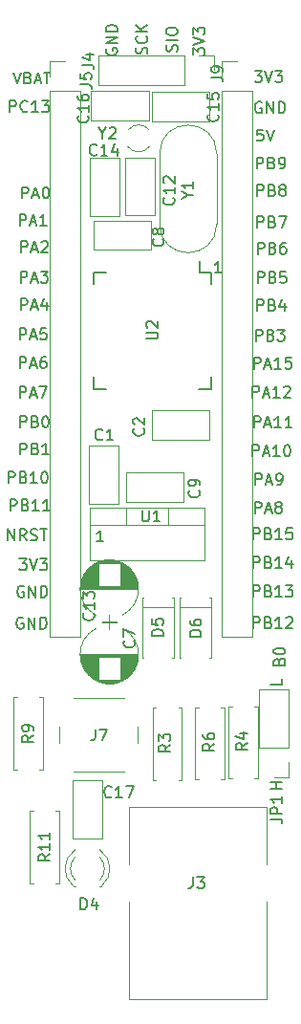
<source format=gbr>
G04 #@! TF.FileFunction,Legend,Top*
%FSLAX46Y46*%
G04 Gerber Fmt 4.6, Leading zero omitted, Abs format (unit mm)*
G04 Created by KiCad (PCBNEW 4.0.7) date 12/01/18 01:17:17*
%MOMM*%
%LPD*%
G01*
G04 APERTURE LIST*
%ADD10C,0.100000*%
%ADD11C,0.150000*%
%ADD12C,0.120000*%
G04 APERTURE END LIST*
D10*
D11*
X64496915Y-75331581D02*
X63925486Y-75331581D01*
X64211200Y-75331581D02*
X64211200Y-74331581D01*
X64115962Y-74474438D01*
X64020724Y-74569676D01*
X63925486Y-74617295D01*
X74961715Y-51506381D02*
X74390286Y-51506381D01*
X74676000Y-51506381D02*
X74676000Y-50506381D01*
X74580762Y-50649238D01*
X74485524Y-50744476D01*
X74390286Y-50792095D01*
X80070651Y-85931641D02*
X80118270Y-85788784D01*
X80165890Y-85741165D01*
X80261128Y-85693546D01*
X80403985Y-85693546D01*
X80499223Y-85741165D01*
X80546842Y-85788784D01*
X80594461Y-85884022D01*
X80594461Y-86264975D01*
X79594461Y-86264975D01*
X79594461Y-85931641D01*
X79642080Y-85836403D01*
X79689699Y-85788784D01*
X79784937Y-85741165D01*
X79880175Y-85741165D01*
X79975413Y-85788784D01*
X80023032Y-85836403D01*
X80070651Y-85931641D01*
X80070651Y-86264975D01*
X79594461Y-85074499D02*
X79594461Y-84979260D01*
X79642080Y-84884022D01*
X79689699Y-84836403D01*
X79784937Y-84788784D01*
X79975413Y-84741165D01*
X80213509Y-84741165D01*
X80403985Y-84788784D01*
X80499223Y-84836403D01*
X80546842Y-84884022D01*
X80594461Y-84979260D01*
X80594461Y-85074499D01*
X80546842Y-85169737D01*
X80499223Y-85217356D01*
X80403985Y-85264975D01*
X80213509Y-85312594D01*
X79975413Y-85312594D01*
X79784937Y-85264975D01*
X79689699Y-85217356D01*
X79642080Y-85169737D01*
X79594461Y-85074499D01*
X80289661Y-87493196D02*
X80289661Y-87969387D01*
X79289661Y-87969387D01*
X80335381Y-97186714D02*
X79335381Y-97186714D01*
X79811571Y-97186714D02*
X79811571Y-96615285D01*
X80335381Y-96615285D02*
X79335381Y-96615285D01*
X68349762Y-32146714D02*
X68397381Y-32003857D01*
X68397381Y-31765761D01*
X68349762Y-31670523D01*
X68302143Y-31622904D01*
X68206905Y-31575285D01*
X68111667Y-31575285D01*
X68016429Y-31622904D01*
X67968810Y-31670523D01*
X67921190Y-31765761D01*
X67873571Y-31956238D01*
X67825952Y-32051476D01*
X67778333Y-32099095D01*
X67683095Y-32146714D01*
X67587857Y-32146714D01*
X67492619Y-32099095D01*
X67445000Y-32051476D01*
X67397381Y-31956238D01*
X67397381Y-31718142D01*
X67445000Y-31575285D01*
X68302143Y-30575285D02*
X68349762Y-30622904D01*
X68397381Y-30765761D01*
X68397381Y-30860999D01*
X68349762Y-31003857D01*
X68254524Y-31099095D01*
X68159286Y-31146714D01*
X67968810Y-31194333D01*
X67825952Y-31194333D01*
X67635476Y-31146714D01*
X67540238Y-31099095D01*
X67445000Y-31003857D01*
X67397381Y-30860999D01*
X67397381Y-30765761D01*
X67445000Y-30622904D01*
X67492619Y-30575285D01*
X68397381Y-30146714D02*
X67397381Y-30146714D01*
X68397381Y-29575285D02*
X67825952Y-30003857D01*
X67397381Y-29575285D02*
X67968810Y-30146714D01*
X71016762Y-31908619D02*
X71064381Y-31765762D01*
X71064381Y-31527666D01*
X71016762Y-31432428D01*
X70969143Y-31384809D01*
X70873905Y-31337190D01*
X70778667Y-31337190D01*
X70683429Y-31384809D01*
X70635810Y-31432428D01*
X70588190Y-31527666D01*
X70540571Y-31718143D01*
X70492952Y-31813381D01*
X70445333Y-31861000D01*
X70350095Y-31908619D01*
X70254857Y-31908619D01*
X70159619Y-31861000D01*
X70112000Y-31813381D01*
X70064381Y-31718143D01*
X70064381Y-31480047D01*
X70112000Y-31337190D01*
X71064381Y-30908619D02*
X70064381Y-30908619D01*
X70064381Y-30241953D02*
X70064381Y-30051476D01*
X70112000Y-29956238D01*
X70207238Y-29861000D01*
X70397714Y-29813381D01*
X70731048Y-29813381D01*
X70921524Y-29861000D01*
X71016762Y-29956238D01*
X71064381Y-30051476D01*
X71064381Y-30241953D01*
X71016762Y-30337191D01*
X70921524Y-30432429D01*
X70731048Y-30480048D01*
X70397714Y-30480048D01*
X70207238Y-30432429D01*
X70112000Y-30337191D01*
X70064381Y-30241953D01*
X64778000Y-31686404D02*
X64730381Y-31781642D01*
X64730381Y-31924499D01*
X64778000Y-32067357D01*
X64873238Y-32162595D01*
X64968476Y-32210214D01*
X65158952Y-32257833D01*
X65301810Y-32257833D01*
X65492286Y-32210214D01*
X65587524Y-32162595D01*
X65682762Y-32067357D01*
X65730381Y-31924499D01*
X65730381Y-31829261D01*
X65682762Y-31686404D01*
X65635143Y-31638785D01*
X65301810Y-31638785D01*
X65301810Y-31829261D01*
X65730381Y-31210214D02*
X64730381Y-31210214D01*
X65730381Y-30638785D01*
X64730381Y-30638785D01*
X65730381Y-30162595D02*
X64730381Y-30162595D01*
X64730381Y-29924500D01*
X64778000Y-29781642D01*
X64873238Y-29686404D01*
X64968476Y-29638785D01*
X65158952Y-29591166D01*
X65301810Y-29591166D01*
X65492286Y-29638785D01*
X65587524Y-29686404D01*
X65682762Y-29781642D01*
X65730381Y-29924500D01*
X65730381Y-30162595D01*
X72477381Y-32226095D02*
X72477381Y-31607047D01*
X72858333Y-31940381D01*
X72858333Y-31797523D01*
X72905952Y-31702285D01*
X72953571Y-31654666D01*
X73048810Y-31607047D01*
X73286905Y-31607047D01*
X73382143Y-31654666D01*
X73429762Y-31702285D01*
X73477381Y-31797523D01*
X73477381Y-32083238D01*
X73429762Y-32178476D01*
X73382143Y-32226095D01*
X72477381Y-31321333D02*
X73477381Y-30988000D01*
X72477381Y-30654666D01*
X72477381Y-30416571D02*
X72477381Y-29797523D01*
X72858333Y-30130857D01*
X72858333Y-29987999D01*
X72905952Y-29892761D01*
X72953571Y-29845142D01*
X73048810Y-29797523D01*
X73286905Y-29797523D01*
X73382143Y-29845142D01*
X73429762Y-29892761D01*
X73477381Y-29987999D01*
X73477381Y-30273714D01*
X73429762Y-30368952D01*
X73382143Y-30416571D01*
X77908305Y-33640781D02*
X78527353Y-33640781D01*
X78194019Y-34021733D01*
X78336877Y-34021733D01*
X78432115Y-34069352D01*
X78479734Y-34116971D01*
X78527353Y-34212210D01*
X78527353Y-34450305D01*
X78479734Y-34545543D01*
X78432115Y-34593162D01*
X78336877Y-34640781D01*
X78051162Y-34640781D01*
X77955924Y-34593162D01*
X77908305Y-34545543D01*
X78813067Y-33640781D02*
X79146400Y-34640781D01*
X79479734Y-33640781D01*
X79717829Y-33640781D02*
X80336877Y-33640781D01*
X80003543Y-34021733D01*
X80146401Y-34021733D01*
X80241639Y-34069352D01*
X80289258Y-34116971D01*
X80336877Y-34212210D01*
X80336877Y-34450305D01*
X80289258Y-34545543D01*
X80241639Y-34593162D01*
X80146401Y-34640781D01*
X79860686Y-34640781D01*
X79765448Y-34593162D01*
X79717829Y-34545543D01*
X78498796Y-36431600D02*
X78403558Y-36383981D01*
X78260701Y-36383981D01*
X78117843Y-36431600D01*
X78022605Y-36526838D01*
X77974986Y-36622076D01*
X77927367Y-36812552D01*
X77927367Y-36955410D01*
X77974986Y-37145886D01*
X78022605Y-37241124D01*
X78117843Y-37336362D01*
X78260701Y-37383981D01*
X78355939Y-37383981D01*
X78498796Y-37336362D01*
X78546415Y-37288743D01*
X78546415Y-36955410D01*
X78355939Y-36955410D01*
X78974986Y-37383981D02*
X78974986Y-36383981D01*
X79546415Y-37383981D01*
X79546415Y-36383981D01*
X80022605Y-37383981D02*
X80022605Y-36383981D01*
X80260700Y-36383981D01*
X80403558Y-36431600D01*
X80498796Y-36526838D01*
X80546415Y-36622076D01*
X80594034Y-36812552D01*
X80594034Y-36955410D01*
X80546415Y-37145886D01*
X80498796Y-37241124D01*
X80403558Y-37336362D01*
X80260700Y-37383981D01*
X80022605Y-37383981D01*
X78625724Y-38847781D02*
X78149533Y-38847781D01*
X78101914Y-39323971D01*
X78149533Y-39276352D01*
X78244771Y-39228733D01*
X78482867Y-39228733D01*
X78578105Y-39276352D01*
X78625724Y-39323971D01*
X78673343Y-39419210D01*
X78673343Y-39657305D01*
X78625724Y-39752543D01*
X78578105Y-39800162D01*
X78482867Y-39847781D01*
X78244771Y-39847781D01*
X78149533Y-39800162D01*
X78101914Y-39752543D01*
X78959057Y-38847781D02*
X79292390Y-39847781D01*
X79625724Y-38847781D01*
X78086105Y-42311581D02*
X78086105Y-41311581D01*
X78467058Y-41311581D01*
X78562296Y-41359200D01*
X78609915Y-41406819D01*
X78657534Y-41502057D01*
X78657534Y-41644914D01*
X78609915Y-41740152D01*
X78562296Y-41787771D01*
X78467058Y-41835390D01*
X78086105Y-41835390D01*
X79419439Y-41787771D02*
X79562296Y-41835390D01*
X79609915Y-41883010D01*
X79657534Y-41978248D01*
X79657534Y-42121105D01*
X79609915Y-42216343D01*
X79562296Y-42263962D01*
X79467058Y-42311581D01*
X79086105Y-42311581D01*
X79086105Y-41311581D01*
X79419439Y-41311581D01*
X79514677Y-41359200D01*
X79562296Y-41406819D01*
X79609915Y-41502057D01*
X79609915Y-41597295D01*
X79562296Y-41692533D01*
X79514677Y-41740152D01*
X79419439Y-41787771D01*
X79086105Y-41787771D01*
X80133724Y-42311581D02*
X80324200Y-42311581D01*
X80419439Y-42263962D01*
X80467058Y-42216343D01*
X80562296Y-42073486D01*
X80609915Y-41883010D01*
X80609915Y-41502057D01*
X80562296Y-41406819D01*
X80514677Y-41359200D01*
X80419439Y-41311581D01*
X80228962Y-41311581D01*
X80133724Y-41359200D01*
X80086105Y-41406819D01*
X80038486Y-41502057D01*
X80038486Y-41740152D01*
X80086105Y-41835390D01*
X80133724Y-41883010D01*
X80228962Y-41930629D01*
X80419439Y-41930629D01*
X80514677Y-41883010D01*
X80562296Y-41835390D01*
X80609915Y-41740152D01*
X78136905Y-44711881D02*
X78136905Y-43711881D01*
X78517858Y-43711881D01*
X78613096Y-43759500D01*
X78660715Y-43807119D01*
X78708334Y-43902357D01*
X78708334Y-44045214D01*
X78660715Y-44140452D01*
X78613096Y-44188071D01*
X78517858Y-44235690D01*
X78136905Y-44235690D01*
X79470239Y-44188071D02*
X79613096Y-44235690D01*
X79660715Y-44283310D01*
X79708334Y-44378548D01*
X79708334Y-44521405D01*
X79660715Y-44616643D01*
X79613096Y-44664262D01*
X79517858Y-44711881D01*
X79136905Y-44711881D01*
X79136905Y-43711881D01*
X79470239Y-43711881D01*
X79565477Y-43759500D01*
X79613096Y-43807119D01*
X79660715Y-43902357D01*
X79660715Y-43997595D01*
X79613096Y-44092833D01*
X79565477Y-44140452D01*
X79470239Y-44188071D01*
X79136905Y-44188071D01*
X80279762Y-44140452D02*
X80184524Y-44092833D01*
X80136905Y-44045214D01*
X80089286Y-43949976D01*
X80089286Y-43902357D01*
X80136905Y-43807119D01*
X80184524Y-43759500D01*
X80279762Y-43711881D01*
X80470239Y-43711881D01*
X80565477Y-43759500D01*
X80613096Y-43807119D01*
X80660715Y-43902357D01*
X80660715Y-43949976D01*
X80613096Y-44045214D01*
X80565477Y-44092833D01*
X80470239Y-44140452D01*
X80279762Y-44140452D01*
X80184524Y-44188071D01*
X80136905Y-44235690D01*
X80089286Y-44330929D01*
X80089286Y-44521405D01*
X80136905Y-44616643D01*
X80184524Y-44664262D01*
X80279762Y-44711881D01*
X80470239Y-44711881D01*
X80565477Y-44664262D01*
X80613096Y-44616643D01*
X80660715Y-44521405D01*
X80660715Y-44330929D01*
X80613096Y-44235690D01*
X80565477Y-44188071D01*
X80470239Y-44140452D01*
X78136905Y-47505881D02*
X78136905Y-46505881D01*
X78517858Y-46505881D01*
X78613096Y-46553500D01*
X78660715Y-46601119D01*
X78708334Y-46696357D01*
X78708334Y-46839214D01*
X78660715Y-46934452D01*
X78613096Y-46982071D01*
X78517858Y-47029690D01*
X78136905Y-47029690D01*
X79470239Y-46982071D02*
X79613096Y-47029690D01*
X79660715Y-47077310D01*
X79708334Y-47172548D01*
X79708334Y-47315405D01*
X79660715Y-47410643D01*
X79613096Y-47458262D01*
X79517858Y-47505881D01*
X79136905Y-47505881D01*
X79136905Y-46505881D01*
X79470239Y-46505881D01*
X79565477Y-46553500D01*
X79613096Y-46601119D01*
X79660715Y-46696357D01*
X79660715Y-46791595D01*
X79613096Y-46886833D01*
X79565477Y-46934452D01*
X79470239Y-46982071D01*
X79136905Y-46982071D01*
X80041667Y-46505881D02*
X80708334Y-46505881D01*
X80279762Y-47505881D01*
X78187705Y-49855381D02*
X78187705Y-48855381D01*
X78568658Y-48855381D01*
X78663896Y-48903000D01*
X78711515Y-48950619D01*
X78759134Y-49045857D01*
X78759134Y-49188714D01*
X78711515Y-49283952D01*
X78663896Y-49331571D01*
X78568658Y-49379190D01*
X78187705Y-49379190D01*
X79521039Y-49331571D02*
X79663896Y-49379190D01*
X79711515Y-49426810D01*
X79759134Y-49522048D01*
X79759134Y-49664905D01*
X79711515Y-49760143D01*
X79663896Y-49807762D01*
X79568658Y-49855381D01*
X79187705Y-49855381D01*
X79187705Y-48855381D01*
X79521039Y-48855381D01*
X79616277Y-48903000D01*
X79663896Y-48950619D01*
X79711515Y-49045857D01*
X79711515Y-49141095D01*
X79663896Y-49236333D01*
X79616277Y-49283952D01*
X79521039Y-49331571D01*
X79187705Y-49331571D01*
X80616277Y-48855381D02*
X80425800Y-48855381D01*
X80330562Y-48903000D01*
X80282943Y-48950619D01*
X80187705Y-49093476D01*
X80140086Y-49283952D01*
X80140086Y-49664905D01*
X80187705Y-49760143D01*
X80235324Y-49807762D01*
X80330562Y-49855381D01*
X80521039Y-49855381D01*
X80616277Y-49807762D01*
X80663896Y-49760143D01*
X80711515Y-49664905D01*
X80711515Y-49426810D01*
X80663896Y-49331571D01*
X80616277Y-49283952D01*
X80521039Y-49236333D01*
X80330562Y-49236333D01*
X80235324Y-49283952D01*
X80187705Y-49331571D01*
X80140086Y-49426810D01*
X78187705Y-52420781D02*
X78187705Y-51420781D01*
X78568658Y-51420781D01*
X78663896Y-51468400D01*
X78711515Y-51516019D01*
X78759134Y-51611257D01*
X78759134Y-51754114D01*
X78711515Y-51849352D01*
X78663896Y-51896971D01*
X78568658Y-51944590D01*
X78187705Y-51944590D01*
X79521039Y-51896971D02*
X79663896Y-51944590D01*
X79711515Y-51992210D01*
X79759134Y-52087448D01*
X79759134Y-52230305D01*
X79711515Y-52325543D01*
X79663896Y-52373162D01*
X79568658Y-52420781D01*
X79187705Y-52420781D01*
X79187705Y-51420781D01*
X79521039Y-51420781D01*
X79616277Y-51468400D01*
X79663896Y-51516019D01*
X79711515Y-51611257D01*
X79711515Y-51706495D01*
X79663896Y-51801733D01*
X79616277Y-51849352D01*
X79521039Y-51896971D01*
X79187705Y-51896971D01*
X80663896Y-51420781D02*
X80187705Y-51420781D01*
X80140086Y-51896971D01*
X80187705Y-51849352D01*
X80282943Y-51801733D01*
X80521039Y-51801733D01*
X80616277Y-51849352D01*
X80663896Y-51896971D01*
X80711515Y-51992210D01*
X80711515Y-52230305D01*
X80663896Y-52325543D01*
X80616277Y-52373162D01*
X80521039Y-52420781D01*
X80282943Y-52420781D01*
X80187705Y-52373162D01*
X80140086Y-52325543D01*
X78136905Y-54884581D02*
X78136905Y-53884581D01*
X78517858Y-53884581D01*
X78613096Y-53932200D01*
X78660715Y-53979819D01*
X78708334Y-54075057D01*
X78708334Y-54217914D01*
X78660715Y-54313152D01*
X78613096Y-54360771D01*
X78517858Y-54408390D01*
X78136905Y-54408390D01*
X79470239Y-54360771D02*
X79613096Y-54408390D01*
X79660715Y-54456010D01*
X79708334Y-54551248D01*
X79708334Y-54694105D01*
X79660715Y-54789343D01*
X79613096Y-54836962D01*
X79517858Y-54884581D01*
X79136905Y-54884581D01*
X79136905Y-53884581D01*
X79470239Y-53884581D01*
X79565477Y-53932200D01*
X79613096Y-53979819D01*
X79660715Y-54075057D01*
X79660715Y-54170295D01*
X79613096Y-54265533D01*
X79565477Y-54313152D01*
X79470239Y-54360771D01*
X79136905Y-54360771D01*
X80565477Y-54217914D02*
X80565477Y-54884581D01*
X80327381Y-53836962D02*
X80089286Y-54551248D01*
X80708334Y-54551248D01*
X78022605Y-57564281D02*
X78022605Y-56564281D01*
X78403558Y-56564281D01*
X78498796Y-56611900D01*
X78546415Y-56659519D01*
X78594034Y-56754757D01*
X78594034Y-56897614D01*
X78546415Y-56992852D01*
X78498796Y-57040471D01*
X78403558Y-57088090D01*
X78022605Y-57088090D01*
X79355939Y-57040471D02*
X79498796Y-57088090D01*
X79546415Y-57135710D01*
X79594034Y-57230948D01*
X79594034Y-57373805D01*
X79546415Y-57469043D01*
X79498796Y-57516662D01*
X79403558Y-57564281D01*
X79022605Y-57564281D01*
X79022605Y-56564281D01*
X79355939Y-56564281D01*
X79451177Y-56611900D01*
X79498796Y-56659519D01*
X79546415Y-56754757D01*
X79546415Y-56849995D01*
X79498796Y-56945233D01*
X79451177Y-56992852D01*
X79355939Y-57040471D01*
X79022605Y-57040471D01*
X79927367Y-56564281D02*
X80546415Y-56564281D01*
X80213081Y-56945233D01*
X80355939Y-56945233D01*
X80451177Y-56992852D01*
X80498796Y-57040471D01*
X80546415Y-57135710D01*
X80546415Y-57373805D01*
X80498796Y-57469043D01*
X80451177Y-57516662D01*
X80355939Y-57564281D01*
X80070224Y-57564281D01*
X79974986Y-57516662D01*
X79927367Y-57469043D01*
X77859143Y-60015381D02*
X77859143Y-59015381D01*
X78240096Y-59015381D01*
X78335334Y-59063000D01*
X78382953Y-59110619D01*
X78430572Y-59205857D01*
X78430572Y-59348714D01*
X78382953Y-59443952D01*
X78335334Y-59491571D01*
X78240096Y-59539190D01*
X77859143Y-59539190D01*
X78811524Y-59729667D02*
X79287715Y-59729667D01*
X78716286Y-60015381D02*
X79049619Y-59015381D01*
X79382953Y-60015381D01*
X80240096Y-60015381D02*
X79668667Y-60015381D01*
X79954381Y-60015381D02*
X79954381Y-59015381D01*
X79859143Y-59158238D01*
X79763905Y-59253476D01*
X79668667Y-59301095D01*
X81144858Y-59015381D02*
X80668667Y-59015381D01*
X80621048Y-59491571D01*
X80668667Y-59443952D01*
X80763905Y-59396333D01*
X81002001Y-59396333D01*
X81097239Y-59443952D01*
X81144858Y-59491571D01*
X81192477Y-59586810D01*
X81192477Y-59824905D01*
X81144858Y-59920143D01*
X81097239Y-59967762D01*
X81002001Y-60015381D01*
X80763905Y-60015381D01*
X80668667Y-59967762D01*
X80621048Y-59920143D01*
X77732143Y-62555381D02*
X77732143Y-61555381D01*
X78113096Y-61555381D01*
X78208334Y-61603000D01*
X78255953Y-61650619D01*
X78303572Y-61745857D01*
X78303572Y-61888714D01*
X78255953Y-61983952D01*
X78208334Y-62031571D01*
X78113096Y-62079190D01*
X77732143Y-62079190D01*
X78684524Y-62269667D02*
X79160715Y-62269667D01*
X78589286Y-62555381D02*
X78922619Y-61555381D01*
X79255953Y-62555381D01*
X80113096Y-62555381D02*
X79541667Y-62555381D01*
X79827381Y-62555381D02*
X79827381Y-61555381D01*
X79732143Y-61698238D01*
X79636905Y-61793476D01*
X79541667Y-61841095D01*
X80494048Y-61650619D02*
X80541667Y-61603000D01*
X80636905Y-61555381D01*
X80875001Y-61555381D01*
X80970239Y-61603000D01*
X81017858Y-61650619D01*
X81065477Y-61745857D01*
X81065477Y-61841095D01*
X81017858Y-61983952D01*
X80446429Y-62555381D01*
X81065477Y-62555381D01*
X77859143Y-65222381D02*
X77859143Y-64222381D01*
X78240096Y-64222381D01*
X78335334Y-64270000D01*
X78382953Y-64317619D01*
X78430572Y-64412857D01*
X78430572Y-64555714D01*
X78382953Y-64650952D01*
X78335334Y-64698571D01*
X78240096Y-64746190D01*
X77859143Y-64746190D01*
X78811524Y-64936667D02*
X79287715Y-64936667D01*
X78716286Y-65222381D02*
X79049619Y-64222381D01*
X79382953Y-65222381D01*
X80240096Y-65222381D02*
X79668667Y-65222381D01*
X79954381Y-65222381D02*
X79954381Y-64222381D01*
X79859143Y-64365238D01*
X79763905Y-64460476D01*
X79668667Y-64508095D01*
X81192477Y-65222381D02*
X80621048Y-65222381D01*
X80906762Y-65222381D02*
X80906762Y-64222381D01*
X80811524Y-64365238D01*
X80716286Y-64460476D01*
X80621048Y-64508095D01*
X77732143Y-67762381D02*
X77732143Y-66762381D01*
X78113096Y-66762381D01*
X78208334Y-66810000D01*
X78255953Y-66857619D01*
X78303572Y-66952857D01*
X78303572Y-67095714D01*
X78255953Y-67190952D01*
X78208334Y-67238571D01*
X78113096Y-67286190D01*
X77732143Y-67286190D01*
X78684524Y-67476667D02*
X79160715Y-67476667D01*
X78589286Y-67762381D02*
X78922619Y-66762381D01*
X79255953Y-67762381D01*
X80113096Y-67762381D02*
X79541667Y-67762381D01*
X79827381Y-67762381D02*
X79827381Y-66762381D01*
X79732143Y-66905238D01*
X79636905Y-67000476D01*
X79541667Y-67048095D01*
X80732143Y-66762381D02*
X80827382Y-66762381D01*
X80922620Y-66810000D01*
X80970239Y-66857619D01*
X81017858Y-66952857D01*
X81065477Y-67143333D01*
X81065477Y-67381429D01*
X81017858Y-67571905D01*
X80970239Y-67667143D01*
X80922620Y-67714762D01*
X80827382Y-67762381D01*
X80732143Y-67762381D01*
X80636905Y-67714762D01*
X80589286Y-67667143D01*
X80541667Y-67571905D01*
X80494048Y-67381429D01*
X80494048Y-67143333D01*
X80541667Y-66952857D01*
X80589286Y-66857619D01*
X80636905Y-66810000D01*
X80732143Y-66762381D01*
X77979733Y-70302381D02*
X77979733Y-69302381D01*
X78360686Y-69302381D01*
X78455924Y-69350000D01*
X78503543Y-69397619D01*
X78551162Y-69492857D01*
X78551162Y-69635714D01*
X78503543Y-69730952D01*
X78455924Y-69778571D01*
X78360686Y-69826190D01*
X77979733Y-69826190D01*
X78932114Y-70016667D02*
X79408305Y-70016667D01*
X78836876Y-70302381D02*
X79170209Y-69302381D01*
X79503543Y-70302381D01*
X79884495Y-70302381D02*
X80074971Y-70302381D01*
X80170210Y-70254762D01*
X80217829Y-70207143D01*
X80313067Y-70064286D01*
X80360686Y-69873810D01*
X80360686Y-69492857D01*
X80313067Y-69397619D01*
X80265448Y-69350000D01*
X80170210Y-69302381D01*
X79979733Y-69302381D01*
X79884495Y-69350000D01*
X79836876Y-69397619D01*
X79789257Y-69492857D01*
X79789257Y-69730952D01*
X79836876Y-69826190D01*
X79884495Y-69873810D01*
X79979733Y-69921429D01*
X80170210Y-69921429D01*
X80265448Y-69873810D01*
X80313067Y-69826190D01*
X80360686Y-69730952D01*
X77928933Y-72816981D02*
X77928933Y-71816981D01*
X78309886Y-71816981D01*
X78405124Y-71864600D01*
X78452743Y-71912219D01*
X78500362Y-72007457D01*
X78500362Y-72150314D01*
X78452743Y-72245552D01*
X78405124Y-72293171D01*
X78309886Y-72340790D01*
X77928933Y-72340790D01*
X78881314Y-72531267D02*
X79357505Y-72531267D01*
X78786076Y-72816981D02*
X79119409Y-71816981D01*
X79452743Y-72816981D01*
X79928933Y-72245552D02*
X79833695Y-72197933D01*
X79786076Y-72150314D01*
X79738457Y-72055076D01*
X79738457Y-72007457D01*
X79786076Y-71912219D01*
X79833695Y-71864600D01*
X79928933Y-71816981D01*
X80119410Y-71816981D01*
X80214648Y-71864600D01*
X80262267Y-71912219D01*
X80309886Y-72007457D01*
X80309886Y-72055076D01*
X80262267Y-72150314D01*
X80214648Y-72197933D01*
X80119410Y-72245552D01*
X79928933Y-72245552D01*
X79833695Y-72293171D01*
X79786076Y-72340790D01*
X79738457Y-72436029D01*
X79738457Y-72626505D01*
X79786076Y-72721743D01*
X79833695Y-72769362D01*
X79928933Y-72816981D01*
X80119410Y-72816981D01*
X80214648Y-72769362D01*
X80262267Y-72721743D01*
X80309886Y-72626505D01*
X80309886Y-72436029D01*
X80262267Y-72340790D01*
X80214648Y-72293171D01*
X80119410Y-72245552D01*
X77787714Y-75128381D02*
X77787714Y-74128381D01*
X78168667Y-74128381D01*
X78263905Y-74176000D01*
X78311524Y-74223619D01*
X78359143Y-74318857D01*
X78359143Y-74461714D01*
X78311524Y-74556952D01*
X78263905Y-74604571D01*
X78168667Y-74652190D01*
X77787714Y-74652190D01*
X79121048Y-74604571D02*
X79263905Y-74652190D01*
X79311524Y-74699810D01*
X79359143Y-74795048D01*
X79359143Y-74937905D01*
X79311524Y-75033143D01*
X79263905Y-75080762D01*
X79168667Y-75128381D01*
X78787714Y-75128381D01*
X78787714Y-74128381D01*
X79121048Y-74128381D01*
X79216286Y-74176000D01*
X79263905Y-74223619D01*
X79311524Y-74318857D01*
X79311524Y-74414095D01*
X79263905Y-74509333D01*
X79216286Y-74556952D01*
X79121048Y-74604571D01*
X78787714Y-74604571D01*
X80311524Y-75128381D02*
X79740095Y-75128381D01*
X80025809Y-75128381D02*
X80025809Y-74128381D01*
X79930571Y-74271238D01*
X79835333Y-74366476D01*
X79740095Y-74414095D01*
X81216286Y-74128381D02*
X80740095Y-74128381D01*
X80692476Y-74604571D01*
X80740095Y-74556952D01*
X80835333Y-74509333D01*
X81073429Y-74509333D01*
X81168667Y-74556952D01*
X81216286Y-74604571D01*
X81263905Y-74699810D01*
X81263905Y-74937905D01*
X81216286Y-75033143D01*
X81168667Y-75080762D01*
X81073429Y-75128381D01*
X80835333Y-75128381D01*
X80740095Y-75080762D01*
X80692476Y-75033143D01*
X77787714Y-77668381D02*
X77787714Y-76668381D01*
X78168667Y-76668381D01*
X78263905Y-76716000D01*
X78311524Y-76763619D01*
X78359143Y-76858857D01*
X78359143Y-77001714D01*
X78311524Y-77096952D01*
X78263905Y-77144571D01*
X78168667Y-77192190D01*
X77787714Y-77192190D01*
X79121048Y-77144571D02*
X79263905Y-77192190D01*
X79311524Y-77239810D01*
X79359143Y-77335048D01*
X79359143Y-77477905D01*
X79311524Y-77573143D01*
X79263905Y-77620762D01*
X79168667Y-77668381D01*
X78787714Y-77668381D01*
X78787714Y-76668381D01*
X79121048Y-76668381D01*
X79216286Y-76716000D01*
X79263905Y-76763619D01*
X79311524Y-76858857D01*
X79311524Y-76954095D01*
X79263905Y-77049333D01*
X79216286Y-77096952D01*
X79121048Y-77144571D01*
X78787714Y-77144571D01*
X80311524Y-77668381D02*
X79740095Y-77668381D01*
X80025809Y-77668381D02*
X80025809Y-76668381D01*
X79930571Y-76811238D01*
X79835333Y-76906476D01*
X79740095Y-76954095D01*
X81168667Y-77001714D02*
X81168667Y-77668381D01*
X80930571Y-76620762D02*
X80692476Y-77335048D01*
X81311524Y-77335048D01*
X77787714Y-80208381D02*
X77787714Y-79208381D01*
X78168667Y-79208381D01*
X78263905Y-79256000D01*
X78311524Y-79303619D01*
X78359143Y-79398857D01*
X78359143Y-79541714D01*
X78311524Y-79636952D01*
X78263905Y-79684571D01*
X78168667Y-79732190D01*
X77787714Y-79732190D01*
X79121048Y-79684571D02*
X79263905Y-79732190D01*
X79311524Y-79779810D01*
X79359143Y-79875048D01*
X79359143Y-80017905D01*
X79311524Y-80113143D01*
X79263905Y-80160762D01*
X79168667Y-80208381D01*
X78787714Y-80208381D01*
X78787714Y-79208381D01*
X79121048Y-79208381D01*
X79216286Y-79256000D01*
X79263905Y-79303619D01*
X79311524Y-79398857D01*
X79311524Y-79494095D01*
X79263905Y-79589333D01*
X79216286Y-79636952D01*
X79121048Y-79684571D01*
X78787714Y-79684571D01*
X80311524Y-80208381D02*
X79740095Y-80208381D01*
X80025809Y-80208381D02*
X80025809Y-79208381D01*
X79930571Y-79351238D01*
X79835333Y-79446476D01*
X79740095Y-79494095D01*
X80644857Y-79208381D02*
X81263905Y-79208381D01*
X80930571Y-79589333D01*
X81073429Y-79589333D01*
X81168667Y-79636952D01*
X81216286Y-79684571D01*
X81263905Y-79779810D01*
X81263905Y-80017905D01*
X81216286Y-80113143D01*
X81168667Y-80160762D01*
X81073429Y-80208381D01*
X80787714Y-80208381D01*
X80692476Y-80160762D01*
X80644857Y-80113143D01*
X77787714Y-83002381D02*
X77787714Y-82002381D01*
X78168667Y-82002381D01*
X78263905Y-82050000D01*
X78311524Y-82097619D01*
X78359143Y-82192857D01*
X78359143Y-82335714D01*
X78311524Y-82430952D01*
X78263905Y-82478571D01*
X78168667Y-82526190D01*
X77787714Y-82526190D01*
X79121048Y-82478571D02*
X79263905Y-82526190D01*
X79311524Y-82573810D01*
X79359143Y-82669048D01*
X79359143Y-82811905D01*
X79311524Y-82907143D01*
X79263905Y-82954762D01*
X79168667Y-83002381D01*
X78787714Y-83002381D01*
X78787714Y-82002381D01*
X79121048Y-82002381D01*
X79216286Y-82050000D01*
X79263905Y-82097619D01*
X79311524Y-82192857D01*
X79311524Y-82288095D01*
X79263905Y-82383333D01*
X79216286Y-82430952D01*
X79121048Y-82478571D01*
X78787714Y-82478571D01*
X80311524Y-83002381D02*
X79740095Y-83002381D01*
X80025809Y-83002381D02*
X80025809Y-82002381D01*
X79930571Y-82145238D01*
X79835333Y-82240476D01*
X79740095Y-82288095D01*
X80692476Y-82097619D02*
X80740095Y-82050000D01*
X80835333Y-82002381D01*
X81073429Y-82002381D01*
X81168667Y-82050000D01*
X81216286Y-82097619D01*
X81263905Y-82192857D01*
X81263905Y-82288095D01*
X81216286Y-82430952D01*
X80644857Y-83002381D01*
X81263905Y-83002381D01*
X57378696Y-82090640D02*
X57283458Y-82043021D01*
X57140601Y-82043021D01*
X56997743Y-82090640D01*
X56902505Y-82185878D01*
X56854886Y-82281116D01*
X56807267Y-82471592D01*
X56807267Y-82614450D01*
X56854886Y-82804926D01*
X56902505Y-82900164D01*
X56997743Y-82995402D01*
X57140601Y-83043021D01*
X57235839Y-83043021D01*
X57378696Y-82995402D01*
X57426315Y-82947783D01*
X57426315Y-82614450D01*
X57235839Y-82614450D01*
X57854886Y-83043021D02*
X57854886Y-82043021D01*
X58426315Y-83043021D01*
X58426315Y-82043021D01*
X58902505Y-83043021D02*
X58902505Y-82043021D01*
X59140600Y-82043021D01*
X59283458Y-82090640D01*
X59378696Y-82185878D01*
X59426315Y-82281116D01*
X59473934Y-82471592D01*
X59473934Y-82614450D01*
X59426315Y-82804926D01*
X59378696Y-82900164D01*
X59283458Y-82995402D01*
X59140600Y-83043021D01*
X58902505Y-83043021D01*
X57434576Y-79296640D02*
X57339338Y-79249021D01*
X57196481Y-79249021D01*
X57053623Y-79296640D01*
X56958385Y-79391878D01*
X56910766Y-79487116D01*
X56863147Y-79677592D01*
X56863147Y-79820450D01*
X56910766Y-80010926D01*
X56958385Y-80106164D01*
X57053623Y-80201402D01*
X57196481Y-80249021D01*
X57291719Y-80249021D01*
X57434576Y-80201402D01*
X57482195Y-80153783D01*
X57482195Y-79820450D01*
X57291719Y-79820450D01*
X57910766Y-80249021D02*
X57910766Y-79249021D01*
X58482195Y-80249021D01*
X58482195Y-79249021D01*
X58958385Y-80249021D02*
X58958385Y-79249021D01*
X59196480Y-79249021D01*
X59339338Y-79296640D01*
X59434576Y-79391878D01*
X59482195Y-79487116D01*
X59529814Y-79677592D01*
X59529814Y-79820450D01*
X59482195Y-80010926D01*
X59434576Y-80106164D01*
X59339338Y-80201402D01*
X59196480Y-80249021D01*
X58958385Y-80249021D01*
X57070145Y-76846181D02*
X57689193Y-76846181D01*
X57355859Y-77227133D01*
X57498717Y-77227133D01*
X57593955Y-77274752D01*
X57641574Y-77322371D01*
X57689193Y-77417610D01*
X57689193Y-77655705D01*
X57641574Y-77750943D01*
X57593955Y-77798562D01*
X57498717Y-77846181D01*
X57213002Y-77846181D01*
X57117764Y-77798562D01*
X57070145Y-77750943D01*
X57974907Y-76846181D02*
X58308240Y-77846181D01*
X58641574Y-76846181D01*
X58879669Y-76846181D02*
X59498717Y-76846181D01*
X59165383Y-77227133D01*
X59308241Y-77227133D01*
X59403479Y-77274752D01*
X59451098Y-77322371D01*
X59498717Y-77417610D01*
X59498717Y-77655705D01*
X59451098Y-77750943D01*
X59403479Y-77798562D01*
X59308241Y-77846181D01*
X59022526Y-77846181D01*
X58927288Y-77798562D01*
X58879669Y-77750943D01*
X56050703Y-75219821D02*
X56050703Y-74219821D01*
X56622132Y-75219821D01*
X56622132Y-74219821D01*
X57669751Y-75219821D02*
X57336417Y-74743630D01*
X57098322Y-75219821D02*
X57098322Y-74219821D01*
X57479275Y-74219821D01*
X57574513Y-74267440D01*
X57622132Y-74315059D01*
X57669751Y-74410297D01*
X57669751Y-74553154D01*
X57622132Y-74648392D01*
X57574513Y-74696011D01*
X57479275Y-74743630D01*
X57098322Y-74743630D01*
X58050703Y-75172202D02*
X58193560Y-75219821D01*
X58431656Y-75219821D01*
X58526894Y-75172202D01*
X58574513Y-75124583D01*
X58622132Y-75029345D01*
X58622132Y-74934107D01*
X58574513Y-74838869D01*
X58526894Y-74791250D01*
X58431656Y-74743630D01*
X58241179Y-74696011D01*
X58145941Y-74648392D01*
X58098322Y-74600773D01*
X58050703Y-74505535D01*
X58050703Y-74410297D01*
X58098322Y-74315059D01*
X58145941Y-74267440D01*
X58241179Y-74219821D01*
X58479275Y-74219821D01*
X58622132Y-74267440D01*
X58907846Y-74219821D02*
X59479275Y-74219821D01*
X59193560Y-75219821D02*
X59193560Y-74219821D01*
X56258674Y-72593461D02*
X56258674Y-71593461D01*
X56639627Y-71593461D01*
X56734865Y-71641080D01*
X56782484Y-71688699D01*
X56830103Y-71783937D01*
X56830103Y-71926794D01*
X56782484Y-72022032D01*
X56734865Y-72069651D01*
X56639627Y-72117270D01*
X56258674Y-72117270D01*
X57592008Y-72069651D02*
X57734865Y-72117270D01*
X57782484Y-72164890D01*
X57830103Y-72260128D01*
X57830103Y-72402985D01*
X57782484Y-72498223D01*
X57734865Y-72545842D01*
X57639627Y-72593461D01*
X57258674Y-72593461D01*
X57258674Y-71593461D01*
X57592008Y-71593461D01*
X57687246Y-71641080D01*
X57734865Y-71688699D01*
X57782484Y-71783937D01*
X57782484Y-71879175D01*
X57734865Y-71974413D01*
X57687246Y-72022032D01*
X57592008Y-72069651D01*
X57258674Y-72069651D01*
X58782484Y-72593461D02*
X58211055Y-72593461D01*
X58496769Y-72593461D02*
X58496769Y-71593461D01*
X58401531Y-71736318D01*
X58306293Y-71831556D01*
X58211055Y-71879175D01*
X59734865Y-72593461D02*
X59163436Y-72593461D01*
X59449150Y-72593461D02*
X59449150Y-71593461D01*
X59353912Y-71736318D01*
X59258674Y-71831556D01*
X59163436Y-71879175D01*
X56091034Y-70134741D02*
X56091034Y-69134741D01*
X56471987Y-69134741D01*
X56567225Y-69182360D01*
X56614844Y-69229979D01*
X56662463Y-69325217D01*
X56662463Y-69468074D01*
X56614844Y-69563312D01*
X56567225Y-69610931D01*
X56471987Y-69658550D01*
X56091034Y-69658550D01*
X57424368Y-69610931D02*
X57567225Y-69658550D01*
X57614844Y-69706170D01*
X57662463Y-69801408D01*
X57662463Y-69944265D01*
X57614844Y-70039503D01*
X57567225Y-70087122D01*
X57471987Y-70134741D01*
X57091034Y-70134741D01*
X57091034Y-69134741D01*
X57424368Y-69134741D01*
X57519606Y-69182360D01*
X57567225Y-69229979D01*
X57614844Y-69325217D01*
X57614844Y-69420455D01*
X57567225Y-69515693D01*
X57519606Y-69563312D01*
X57424368Y-69610931D01*
X57091034Y-69610931D01*
X58614844Y-70134741D02*
X58043415Y-70134741D01*
X58329129Y-70134741D02*
X58329129Y-69134741D01*
X58233891Y-69277598D01*
X58138653Y-69372836D01*
X58043415Y-69420455D01*
X59233891Y-69134741D02*
X59329130Y-69134741D01*
X59424368Y-69182360D01*
X59471987Y-69229979D01*
X59519606Y-69325217D01*
X59567225Y-69515693D01*
X59567225Y-69753789D01*
X59519606Y-69944265D01*
X59471987Y-70039503D01*
X59424368Y-70087122D01*
X59329130Y-70134741D01*
X59233891Y-70134741D01*
X59138653Y-70087122D01*
X59091034Y-70039503D01*
X59043415Y-69944265D01*
X58995796Y-69753789D01*
X58995796Y-69515693D01*
X59043415Y-69325217D01*
X59091034Y-69229979D01*
X59138653Y-69182360D01*
X59233891Y-69134741D01*
X57126025Y-67620141D02*
X57126025Y-66620141D01*
X57506978Y-66620141D01*
X57602216Y-66667760D01*
X57649835Y-66715379D01*
X57697454Y-66810617D01*
X57697454Y-66953474D01*
X57649835Y-67048712D01*
X57602216Y-67096331D01*
X57506978Y-67143950D01*
X57126025Y-67143950D01*
X58459359Y-67096331D02*
X58602216Y-67143950D01*
X58649835Y-67191570D01*
X58697454Y-67286808D01*
X58697454Y-67429665D01*
X58649835Y-67524903D01*
X58602216Y-67572522D01*
X58506978Y-67620141D01*
X58126025Y-67620141D01*
X58126025Y-66620141D01*
X58459359Y-66620141D01*
X58554597Y-66667760D01*
X58602216Y-66715379D01*
X58649835Y-66810617D01*
X58649835Y-66905855D01*
X58602216Y-67001093D01*
X58554597Y-67048712D01*
X58459359Y-67096331D01*
X58126025Y-67096331D01*
X59649835Y-67620141D02*
X59078406Y-67620141D01*
X59364120Y-67620141D02*
X59364120Y-66620141D01*
X59268882Y-66762998D01*
X59173644Y-66858236D01*
X59078406Y-66905855D01*
X57126025Y-65217301D02*
X57126025Y-64217301D01*
X57506978Y-64217301D01*
X57602216Y-64264920D01*
X57649835Y-64312539D01*
X57697454Y-64407777D01*
X57697454Y-64550634D01*
X57649835Y-64645872D01*
X57602216Y-64693491D01*
X57506978Y-64741110D01*
X57126025Y-64741110D01*
X58459359Y-64693491D02*
X58602216Y-64741110D01*
X58649835Y-64788730D01*
X58697454Y-64883968D01*
X58697454Y-65026825D01*
X58649835Y-65122063D01*
X58602216Y-65169682D01*
X58506978Y-65217301D01*
X58126025Y-65217301D01*
X58126025Y-64217301D01*
X58459359Y-64217301D01*
X58554597Y-64264920D01*
X58602216Y-64312539D01*
X58649835Y-64407777D01*
X58649835Y-64503015D01*
X58602216Y-64598253D01*
X58554597Y-64645872D01*
X58459359Y-64693491D01*
X58126025Y-64693491D01*
X59316501Y-64217301D02*
X59411740Y-64217301D01*
X59506978Y-64264920D01*
X59554597Y-64312539D01*
X59602216Y-64407777D01*
X59649835Y-64598253D01*
X59649835Y-64836349D01*
X59602216Y-65026825D01*
X59554597Y-65122063D01*
X59506978Y-65169682D01*
X59411740Y-65217301D01*
X59316501Y-65217301D01*
X59221263Y-65169682D01*
X59173644Y-65122063D01*
X59126025Y-65026825D01*
X59078406Y-64836349D01*
X59078406Y-64598253D01*
X59126025Y-64407777D01*
X59173644Y-64312539D01*
X59221263Y-64264920D01*
X59316501Y-64217301D01*
X57085693Y-62590941D02*
X57085693Y-61590941D01*
X57466646Y-61590941D01*
X57561884Y-61638560D01*
X57609503Y-61686179D01*
X57657122Y-61781417D01*
X57657122Y-61924274D01*
X57609503Y-62019512D01*
X57561884Y-62067131D01*
X57466646Y-62114750D01*
X57085693Y-62114750D01*
X58038074Y-62305227D02*
X58514265Y-62305227D01*
X57942836Y-62590941D02*
X58276169Y-61590941D01*
X58609503Y-62590941D01*
X58847598Y-61590941D02*
X59514265Y-61590941D01*
X59085693Y-62590941D01*
X57085693Y-59964581D02*
X57085693Y-58964581D01*
X57466646Y-58964581D01*
X57561884Y-59012200D01*
X57609503Y-59059819D01*
X57657122Y-59155057D01*
X57657122Y-59297914D01*
X57609503Y-59393152D01*
X57561884Y-59440771D01*
X57466646Y-59488390D01*
X57085693Y-59488390D01*
X58038074Y-59678867D02*
X58514265Y-59678867D01*
X57942836Y-59964581D02*
X58276169Y-58964581D01*
X58609503Y-59964581D01*
X59371408Y-58964581D02*
X59180931Y-58964581D01*
X59085693Y-59012200D01*
X59038074Y-59059819D01*
X58942836Y-59202676D01*
X58895217Y-59393152D01*
X58895217Y-59774105D01*
X58942836Y-59869343D01*
X58990455Y-59916962D01*
X59085693Y-59964581D01*
X59276170Y-59964581D01*
X59371408Y-59916962D01*
X59419027Y-59869343D01*
X59466646Y-59774105D01*
X59466646Y-59536010D01*
X59419027Y-59440771D01*
X59371408Y-59393152D01*
X59276170Y-59345533D01*
X59085693Y-59345533D01*
X58990455Y-59393152D01*
X58942836Y-59440771D01*
X58895217Y-59536010D01*
X57085693Y-57449981D02*
X57085693Y-56449981D01*
X57466646Y-56449981D01*
X57561884Y-56497600D01*
X57609503Y-56545219D01*
X57657122Y-56640457D01*
X57657122Y-56783314D01*
X57609503Y-56878552D01*
X57561884Y-56926171D01*
X57466646Y-56973790D01*
X57085693Y-56973790D01*
X58038074Y-57164267D02*
X58514265Y-57164267D01*
X57942836Y-57449981D02*
X58276169Y-56449981D01*
X58609503Y-57449981D01*
X59419027Y-56449981D02*
X58942836Y-56449981D01*
X58895217Y-56926171D01*
X58942836Y-56878552D01*
X59038074Y-56830933D01*
X59276170Y-56830933D01*
X59371408Y-56878552D01*
X59419027Y-56926171D01*
X59466646Y-57021410D01*
X59466646Y-57259505D01*
X59419027Y-57354743D01*
X59371408Y-57402362D01*
X59276170Y-57449981D01*
X59038074Y-57449981D01*
X58942836Y-57402362D01*
X58895217Y-57354743D01*
X57197453Y-54823621D02*
X57197453Y-53823621D01*
X57578406Y-53823621D01*
X57673644Y-53871240D01*
X57721263Y-53918859D01*
X57768882Y-54014097D01*
X57768882Y-54156954D01*
X57721263Y-54252192D01*
X57673644Y-54299811D01*
X57578406Y-54347430D01*
X57197453Y-54347430D01*
X58149834Y-54537907D02*
X58626025Y-54537907D01*
X58054596Y-54823621D02*
X58387929Y-53823621D01*
X58721263Y-54823621D01*
X59483168Y-54156954D02*
X59483168Y-54823621D01*
X59245072Y-53776002D02*
X59006977Y-54490288D01*
X59626025Y-54490288D01*
X57177133Y-52395381D02*
X57177133Y-51395381D01*
X57558086Y-51395381D01*
X57653324Y-51443000D01*
X57700943Y-51490619D01*
X57748562Y-51585857D01*
X57748562Y-51728714D01*
X57700943Y-51823952D01*
X57653324Y-51871571D01*
X57558086Y-51919190D01*
X57177133Y-51919190D01*
X58129514Y-52109667D02*
X58605705Y-52109667D01*
X58034276Y-52395381D02*
X58367609Y-51395381D01*
X58700943Y-52395381D01*
X58939038Y-51395381D02*
X59558086Y-51395381D01*
X59224752Y-51776333D01*
X59367610Y-51776333D01*
X59462848Y-51823952D01*
X59510467Y-51871571D01*
X59558086Y-51966810D01*
X59558086Y-52204905D01*
X59510467Y-52300143D01*
X59462848Y-52347762D01*
X59367610Y-52395381D01*
X59081895Y-52395381D01*
X58986657Y-52347762D01*
X58939038Y-52300143D01*
X57202533Y-49728381D02*
X57202533Y-48728381D01*
X57583486Y-48728381D01*
X57678724Y-48776000D01*
X57726343Y-48823619D01*
X57773962Y-48918857D01*
X57773962Y-49061714D01*
X57726343Y-49156952D01*
X57678724Y-49204571D01*
X57583486Y-49252190D01*
X57202533Y-49252190D01*
X58154914Y-49442667D02*
X58631105Y-49442667D01*
X58059676Y-49728381D02*
X58393009Y-48728381D01*
X58726343Y-49728381D01*
X59012057Y-48823619D02*
X59059676Y-48776000D01*
X59154914Y-48728381D01*
X59393010Y-48728381D01*
X59488248Y-48776000D01*
X59535867Y-48823619D01*
X59583486Y-48918857D01*
X59583486Y-49014095D01*
X59535867Y-49156952D01*
X58964438Y-49728381D01*
X59583486Y-49728381D01*
X57075533Y-47340781D02*
X57075533Y-46340781D01*
X57456486Y-46340781D01*
X57551724Y-46388400D01*
X57599343Y-46436019D01*
X57646962Y-46531257D01*
X57646962Y-46674114D01*
X57599343Y-46769352D01*
X57551724Y-46816971D01*
X57456486Y-46864590D01*
X57075533Y-46864590D01*
X58027914Y-47055067D02*
X58504105Y-47055067D01*
X57932676Y-47340781D02*
X58266009Y-46340781D01*
X58599343Y-47340781D01*
X59456486Y-47340781D02*
X58885057Y-47340781D01*
X59170771Y-47340781D02*
X59170771Y-46340781D01*
X59075533Y-46483638D01*
X58980295Y-46578876D01*
X58885057Y-46626495D01*
X57304133Y-44927781D02*
X57304133Y-43927781D01*
X57685086Y-43927781D01*
X57780324Y-43975400D01*
X57827943Y-44023019D01*
X57875562Y-44118257D01*
X57875562Y-44261114D01*
X57827943Y-44356352D01*
X57780324Y-44403971D01*
X57685086Y-44451590D01*
X57304133Y-44451590D01*
X58256514Y-44642067D02*
X58732705Y-44642067D01*
X58161276Y-44927781D02*
X58494609Y-43927781D01*
X58827943Y-44927781D01*
X59351752Y-43927781D02*
X59446991Y-43927781D01*
X59542229Y-43975400D01*
X59589848Y-44023019D01*
X59637467Y-44118257D01*
X59685086Y-44308733D01*
X59685086Y-44546829D01*
X59637467Y-44737305D01*
X59589848Y-44832543D01*
X59542229Y-44880162D01*
X59446991Y-44927781D01*
X59351752Y-44927781D01*
X59256514Y-44880162D01*
X59208895Y-44832543D01*
X59161276Y-44737305D01*
X59113657Y-44546829D01*
X59113657Y-44308733D01*
X59161276Y-44118257D01*
X59208895Y-44023019D01*
X59256514Y-43975400D01*
X59351752Y-43927781D01*
X56197714Y-37282381D02*
X56197714Y-36282381D01*
X56578667Y-36282381D01*
X56673905Y-36330000D01*
X56721524Y-36377619D01*
X56769143Y-36472857D01*
X56769143Y-36615714D01*
X56721524Y-36710952D01*
X56673905Y-36758571D01*
X56578667Y-36806190D01*
X56197714Y-36806190D01*
X57769143Y-37187143D02*
X57721524Y-37234762D01*
X57578667Y-37282381D01*
X57483429Y-37282381D01*
X57340571Y-37234762D01*
X57245333Y-37139524D01*
X57197714Y-37044286D01*
X57150095Y-36853810D01*
X57150095Y-36710952D01*
X57197714Y-36520476D01*
X57245333Y-36425238D01*
X57340571Y-36330000D01*
X57483429Y-36282381D01*
X57578667Y-36282381D01*
X57721524Y-36330000D01*
X57769143Y-36377619D01*
X58721524Y-37282381D02*
X58150095Y-37282381D01*
X58435809Y-37282381D02*
X58435809Y-36282381D01*
X58340571Y-36425238D01*
X58245333Y-36520476D01*
X58150095Y-36568095D01*
X59054857Y-36282381D02*
X59673905Y-36282381D01*
X59340571Y-36663333D01*
X59483429Y-36663333D01*
X59578667Y-36710952D01*
X59626286Y-36758571D01*
X59673905Y-36853810D01*
X59673905Y-37091905D01*
X59626286Y-37187143D01*
X59578667Y-37234762D01*
X59483429Y-37282381D01*
X59197714Y-37282381D01*
X59102476Y-37234762D01*
X59054857Y-37187143D01*
X56497743Y-33767781D02*
X56831076Y-34767781D01*
X57164410Y-33767781D01*
X57831077Y-34243971D02*
X57973934Y-34291590D01*
X58021553Y-34339210D01*
X58069172Y-34434448D01*
X58069172Y-34577305D01*
X58021553Y-34672543D01*
X57973934Y-34720162D01*
X57878696Y-34767781D01*
X57497743Y-34767781D01*
X57497743Y-33767781D01*
X57831077Y-33767781D01*
X57926315Y-33815400D01*
X57973934Y-33863019D01*
X58021553Y-33958257D01*
X58021553Y-34053495D01*
X57973934Y-34148733D01*
X57926315Y-34196352D01*
X57831077Y-34243971D01*
X57497743Y-34243971D01*
X58450124Y-34482067D02*
X58926315Y-34482067D01*
X58354886Y-34767781D02*
X58688219Y-33767781D01*
X59021553Y-34767781D01*
X59212029Y-33767781D02*
X59783458Y-33767781D01*
X59497743Y-34767781D02*
X59497743Y-33767781D01*
D12*
X59780000Y-83748000D02*
X62440000Y-83748000D01*
X59780000Y-35428000D02*
X59780000Y-83748000D01*
X62440000Y-35428000D02*
X62440000Y-83748000D01*
X59780000Y-35428000D02*
X62440000Y-35428000D01*
X59780000Y-34158000D02*
X59780000Y-32828000D01*
X59780000Y-32828000D02*
X61110000Y-32828000D01*
X61820300Y-95695400D02*
X66320300Y-95695400D01*
X60570300Y-91695400D02*
X60570300Y-93195400D01*
X66320300Y-89195400D02*
X61820300Y-89195400D01*
X67570300Y-93195400D02*
X67570300Y-91695400D01*
D11*
X74009000Y-51467000D02*
X73009000Y-51467000D01*
X74009000Y-61817000D02*
X72934000Y-61817000D01*
X63659000Y-61817000D02*
X64734000Y-61817000D01*
X63659000Y-51467000D02*
X64734000Y-51467000D01*
X74009000Y-51467000D02*
X74009000Y-52542000D01*
X63659000Y-51467000D02*
X63659000Y-52542000D01*
X63659000Y-61817000D02*
X63659000Y-60742000D01*
X74009000Y-61817000D02*
X74009000Y-60742000D01*
X73009000Y-51467000D02*
X73009000Y-50442000D01*
D12*
X74534000Y-40971000D02*
X74534000Y-47221000D01*
X69484000Y-40971000D02*
X69484000Y-47221000D01*
X69484000Y-40971000D02*
G75*
G02X74534000Y-40971000I2525000J0D01*
G01*
X69484000Y-47221000D02*
G75*
G03X74534000Y-47221000I2525000J0D01*
G01*
X63256800Y-72310000D02*
X73496800Y-72310000D01*
X63256800Y-76951000D02*
X73496800Y-76951000D01*
X63256800Y-72310000D02*
X63256800Y-76951000D01*
X73496800Y-72310000D02*
X73496800Y-76951000D01*
X63256800Y-73820000D02*
X73496800Y-73820000D01*
X66526800Y-72310000D02*
X66526800Y-73820000D01*
X70227800Y-72310000D02*
X70227800Y-73820000D01*
X75020000Y-83748000D02*
X77680000Y-83748000D01*
X75020000Y-35428000D02*
X75020000Y-83748000D01*
X77680000Y-35428000D02*
X77680000Y-83748000D01*
X75020000Y-35428000D02*
X77680000Y-35428000D01*
X75020000Y-34158000D02*
X75020000Y-32828000D01*
X75020000Y-32828000D02*
X76350000Y-32828000D01*
X66457200Y-46420400D02*
X66457200Y-41300400D01*
X69077200Y-46420400D02*
X69077200Y-41300400D01*
X66457200Y-46420400D02*
X69077200Y-46420400D01*
X66457200Y-41300400D02*
X69077200Y-41300400D01*
X63307600Y-46471200D02*
X63307600Y-41351200D01*
X65927600Y-46471200D02*
X65927600Y-41351200D01*
X63307600Y-46471200D02*
X65927600Y-46471200D01*
X63307600Y-41351200D02*
X65927600Y-41351200D01*
X68794000Y-35520000D02*
X73914000Y-35520000D01*
X68794000Y-38140000D02*
X73914000Y-38140000D01*
X68794000Y-35520000D02*
X68794000Y-38140000D01*
X73914000Y-35520000D02*
X73914000Y-38140000D01*
X68543800Y-38063800D02*
X63423800Y-38063800D01*
X68543800Y-35443800D02*
X63423800Y-35443800D01*
X68543800Y-38063800D02*
X68543800Y-35443800D01*
X63423800Y-38063800D02*
X63423800Y-35443800D01*
X64024200Y-32261500D02*
X64024200Y-34921500D01*
X71704200Y-32261500D02*
X64024200Y-32261500D01*
X71704200Y-34921500D02*
X64024200Y-34921500D01*
X71704200Y-32261500D02*
X71704200Y-34921500D01*
X72974200Y-32261500D02*
X74304200Y-32261500D01*
X74304200Y-32261500D02*
X74304200Y-33591500D01*
X68575217Y-38891137D02*
G75*
G03X66675000Y-38890856I-950217J-732863D01*
G01*
X68575217Y-40356863D02*
G75*
G02X66675000Y-40357144I-950217J732863D01*
G01*
X68747000Y-49506500D02*
X63627000Y-49506500D01*
X68747000Y-46886500D02*
X63627000Y-46886500D01*
X68747000Y-49506500D02*
X68747000Y-46886500D01*
X63627000Y-49506500D02*
X63627000Y-46886500D01*
X66203723Y-87629722D02*
G75*
G03X66204000Y-83018420I-1179723J2305722D01*
G01*
X63844277Y-87629722D02*
G75*
G02X63844000Y-83018420I1179723J2305722D01*
G01*
X63844277Y-87629722D02*
G75*
G03X66204000Y-87629580I1179723J2305722D01*
G01*
X67574000Y-85324000D02*
X62474000Y-85324000D01*
X67574000Y-85364000D02*
X62474000Y-85364000D01*
X67573000Y-85404000D02*
X62475000Y-85404000D01*
X67572000Y-85444000D02*
X62476000Y-85444000D01*
X67570000Y-85484000D02*
X62478000Y-85484000D01*
X67567000Y-85524000D02*
X62481000Y-85524000D01*
X67563000Y-85564000D02*
X62485000Y-85564000D01*
X67559000Y-85604000D02*
X66004000Y-85604000D01*
X64044000Y-85604000D02*
X62489000Y-85604000D01*
X67555000Y-85644000D02*
X66004000Y-85644000D01*
X64044000Y-85644000D02*
X62493000Y-85644000D01*
X67549000Y-85684000D02*
X66004000Y-85684000D01*
X64044000Y-85684000D02*
X62499000Y-85684000D01*
X67543000Y-85724000D02*
X66004000Y-85724000D01*
X64044000Y-85724000D02*
X62505000Y-85724000D01*
X67537000Y-85764000D02*
X66004000Y-85764000D01*
X64044000Y-85764000D02*
X62511000Y-85764000D01*
X67530000Y-85804000D02*
X66004000Y-85804000D01*
X64044000Y-85804000D02*
X62518000Y-85804000D01*
X67522000Y-85844000D02*
X66004000Y-85844000D01*
X64044000Y-85844000D02*
X62526000Y-85844000D01*
X67513000Y-85884000D02*
X66004000Y-85884000D01*
X64044000Y-85884000D02*
X62535000Y-85884000D01*
X67504000Y-85924000D02*
X66004000Y-85924000D01*
X64044000Y-85924000D02*
X62544000Y-85924000D01*
X67494000Y-85964000D02*
X66004000Y-85964000D01*
X64044000Y-85964000D02*
X62554000Y-85964000D01*
X67484000Y-86004000D02*
X66004000Y-86004000D01*
X64044000Y-86004000D02*
X62564000Y-86004000D01*
X67472000Y-86045000D02*
X66004000Y-86045000D01*
X64044000Y-86045000D02*
X62576000Y-86045000D01*
X67460000Y-86085000D02*
X66004000Y-86085000D01*
X64044000Y-86085000D02*
X62588000Y-86085000D01*
X67448000Y-86125000D02*
X66004000Y-86125000D01*
X64044000Y-86125000D02*
X62600000Y-86125000D01*
X67434000Y-86165000D02*
X66004000Y-86165000D01*
X64044000Y-86165000D02*
X62614000Y-86165000D01*
X67420000Y-86205000D02*
X66004000Y-86205000D01*
X64044000Y-86205000D02*
X62628000Y-86205000D01*
X67406000Y-86245000D02*
X66004000Y-86245000D01*
X64044000Y-86245000D02*
X62642000Y-86245000D01*
X67390000Y-86285000D02*
X66004000Y-86285000D01*
X64044000Y-86285000D02*
X62658000Y-86285000D01*
X67374000Y-86325000D02*
X66004000Y-86325000D01*
X64044000Y-86325000D02*
X62674000Y-86325000D01*
X67357000Y-86365000D02*
X66004000Y-86365000D01*
X64044000Y-86365000D02*
X62691000Y-86365000D01*
X67339000Y-86405000D02*
X66004000Y-86405000D01*
X64044000Y-86405000D02*
X62709000Y-86405000D01*
X67320000Y-86445000D02*
X66004000Y-86445000D01*
X64044000Y-86445000D02*
X62728000Y-86445000D01*
X67300000Y-86485000D02*
X66004000Y-86485000D01*
X64044000Y-86485000D02*
X62748000Y-86485000D01*
X67280000Y-86525000D02*
X66004000Y-86525000D01*
X64044000Y-86525000D02*
X62768000Y-86525000D01*
X67258000Y-86565000D02*
X66004000Y-86565000D01*
X64044000Y-86565000D02*
X62790000Y-86565000D01*
X67236000Y-86605000D02*
X66004000Y-86605000D01*
X64044000Y-86605000D02*
X62812000Y-86605000D01*
X67213000Y-86645000D02*
X66004000Y-86645000D01*
X64044000Y-86645000D02*
X62835000Y-86645000D01*
X67189000Y-86685000D02*
X66004000Y-86685000D01*
X64044000Y-86685000D02*
X62859000Y-86685000D01*
X67164000Y-86725000D02*
X66004000Y-86725000D01*
X64044000Y-86725000D02*
X62884000Y-86725000D01*
X67137000Y-86765000D02*
X66004000Y-86765000D01*
X64044000Y-86765000D02*
X62911000Y-86765000D01*
X67110000Y-86805000D02*
X66004000Y-86805000D01*
X64044000Y-86805000D02*
X62938000Y-86805000D01*
X67082000Y-86845000D02*
X66004000Y-86845000D01*
X64044000Y-86845000D02*
X62966000Y-86845000D01*
X67052000Y-86885000D02*
X66004000Y-86885000D01*
X64044000Y-86885000D02*
X62996000Y-86885000D01*
X67021000Y-86925000D02*
X66004000Y-86925000D01*
X64044000Y-86925000D02*
X63027000Y-86925000D01*
X66989000Y-86965000D02*
X66004000Y-86965000D01*
X64044000Y-86965000D02*
X63059000Y-86965000D01*
X66956000Y-87005000D02*
X66004000Y-87005000D01*
X64044000Y-87005000D02*
X63092000Y-87005000D01*
X66921000Y-87045000D02*
X66004000Y-87045000D01*
X64044000Y-87045000D02*
X63127000Y-87045000D01*
X66885000Y-87085000D02*
X66004000Y-87085000D01*
X64044000Y-87085000D02*
X63163000Y-87085000D01*
X66847000Y-87125000D02*
X66004000Y-87125000D01*
X64044000Y-87125000D02*
X63201000Y-87125000D01*
X66807000Y-87165000D02*
X66004000Y-87165000D01*
X64044000Y-87165000D02*
X63241000Y-87165000D01*
X66766000Y-87205000D02*
X66004000Y-87205000D01*
X64044000Y-87205000D02*
X63282000Y-87205000D01*
X66723000Y-87245000D02*
X66004000Y-87245000D01*
X64044000Y-87245000D02*
X63325000Y-87245000D01*
X66678000Y-87285000D02*
X66004000Y-87285000D01*
X64044000Y-87285000D02*
X63370000Y-87285000D01*
X66630000Y-87325000D02*
X66004000Y-87325000D01*
X64044000Y-87325000D02*
X63418000Y-87325000D01*
X66580000Y-87365000D02*
X66004000Y-87365000D01*
X64044000Y-87365000D02*
X63468000Y-87365000D01*
X66528000Y-87405000D02*
X66004000Y-87405000D01*
X64044000Y-87405000D02*
X63520000Y-87405000D01*
X66472000Y-87445000D02*
X66004000Y-87445000D01*
X64044000Y-87445000D02*
X63576000Y-87445000D01*
X66414000Y-87485000D02*
X66004000Y-87485000D01*
X64044000Y-87485000D02*
X63634000Y-87485000D01*
X66351000Y-87525000D02*
X66004000Y-87525000D01*
X64044000Y-87525000D02*
X63697000Y-87525000D01*
X66285000Y-87565000D02*
X63763000Y-87565000D01*
X66213000Y-87605000D02*
X63835000Y-87605000D01*
X66136000Y-87645000D02*
X63912000Y-87645000D01*
X66052000Y-87685000D02*
X63996000Y-87685000D01*
X65958000Y-87725000D02*
X64090000Y-87725000D01*
X65853000Y-87765000D02*
X64195000Y-87765000D01*
X65731000Y-87805000D02*
X64317000Y-87805000D01*
X65583000Y-87845000D02*
X64465000Y-87845000D01*
X65378000Y-87885000D02*
X64670000Y-87885000D01*
X65024000Y-81874000D02*
X65024000Y-83074000D01*
X65674000Y-82474000D02*
X64374000Y-82474000D01*
X71617200Y-71820400D02*
X66497200Y-71820400D01*
X71617200Y-69200400D02*
X66497200Y-69200400D01*
X71617200Y-71820400D02*
X71617200Y-69200400D01*
X66497200Y-71820400D02*
X66497200Y-69200400D01*
X63844277Y-77216278D02*
G75*
G03X63844000Y-81827580I1179723J-2305722D01*
G01*
X66203723Y-77216278D02*
G75*
G02X66204000Y-81827580I-1179723J-2305722D01*
G01*
X66203723Y-77216278D02*
G75*
G03X63844000Y-77216420I-1179723J-2305722D01*
G01*
X62474000Y-79522000D02*
X67574000Y-79522000D01*
X62474000Y-79482000D02*
X67574000Y-79482000D01*
X62475000Y-79442000D02*
X67573000Y-79442000D01*
X62476000Y-79402000D02*
X67572000Y-79402000D01*
X62478000Y-79362000D02*
X67570000Y-79362000D01*
X62481000Y-79322000D02*
X67567000Y-79322000D01*
X62485000Y-79282000D02*
X67563000Y-79282000D01*
X62489000Y-79242000D02*
X64044000Y-79242000D01*
X66004000Y-79242000D02*
X67559000Y-79242000D01*
X62493000Y-79202000D02*
X64044000Y-79202000D01*
X66004000Y-79202000D02*
X67555000Y-79202000D01*
X62499000Y-79162000D02*
X64044000Y-79162000D01*
X66004000Y-79162000D02*
X67549000Y-79162000D01*
X62505000Y-79122000D02*
X64044000Y-79122000D01*
X66004000Y-79122000D02*
X67543000Y-79122000D01*
X62511000Y-79082000D02*
X64044000Y-79082000D01*
X66004000Y-79082000D02*
X67537000Y-79082000D01*
X62518000Y-79042000D02*
X64044000Y-79042000D01*
X66004000Y-79042000D02*
X67530000Y-79042000D01*
X62526000Y-79002000D02*
X64044000Y-79002000D01*
X66004000Y-79002000D02*
X67522000Y-79002000D01*
X62535000Y-78962000D02*
X64044000Y-78962000D01*
X66004000Y-78962000D02*
X67513000Y-78962000D01*
X62544000Y-78922000D02*
X64044000Y-78922000D01*
X66004000Y-78922000D02*
X67504000Y-78922000D01*
X62554000Y-78882000D02*
X64044000Y-78882000D01*
X66004000Y-78882000D02*
X67494000Y-78882000D01*
X62564000Y-78842000D02*
X64044000Y-78842000D01*
X66004000Y-78842000D02*
X67484000Y-78842000D01*
X62576000Y-78801000D02*
X64044000Y-78801000D01*
X66004000Y-78801000D02*
X67472000Y-78801000D01*
X62588000Y-78761000D02*
X64044000Y-78761000D01*
X66004000Y-78761000D02*
X67460000Y-78761000D01*
X62600000Y-78721000D02*
X64044000Y-78721000D01*
X66004000Y-78721000D02*
X67448000Y-78721000D01*
X62614000Y-78681000D02*
X64044000Y-78681000D01*
X66004000Y-78681000D02*
X67434000Y-78681000D01*
X62628000Y-78641000D02*
X64044000Y-78641000D01*
X66004000Y-78641000D02*
X67420000Y-78641000D01*
X62642000Y-78601000D02*
X64044000Y-78601000D01*
X66004000Y-78601000D02*
X67406000Y-78601000D01*
X62658000Y-78561000D02*
X64044000Y-78561000D01*
X66004000Y-78561000D02*
X67390000Y-78561000D01*
X62674000Y-78521000D02*
X64044000Y-78521000D01*
X66004000Y-78521000D02*
X67374000Y-78521000D01*
X62691000Y-78481000D02*
X64044000Y-78481000D01*
X66004000Y-78481000D02*
X67357000Y-78481000D01*
X62709000Y-78441000D02*
X64044000Y-78441000D01*
X66004000Y-78441000D02*
X67339000Y-78441000D01*
X62728000Y-78401000D02*
X64044000Y-78401000D01*
X66004000Y-78401000D02*
X67320000Y-78401000D01*
X62748000Y-78361000D02*
X64044000Y-78361000D01*
X66004000Y-78361000D02*
X67300000Y-78361000D01*
X62768000Y-78321000D02*
X64044000Y-78321000D01*
X66004000Y-78321000D02*
X67280000Y-78321000D01*
X62790000Y-78281000D02*
X64044000Y-78281000D01*
X66004000Y-78281000D02*
X67258000Y-78281000D01*
X62812000Y-78241000D02*
X64044000Y-78241000D01*
X66004000Y-78241000D02*
X67236000Y-78241000D01*
X62835000Y-78201000D02*
X64044000Y-78201000D01*
X66004000Y-78201000D02*
X67213000Y-78201000D01*
X62859000Y-78161000D02*
X64044000Y-78161000D01*
X66004000Y-78161000D02*
X67189000Y-78161000D01*
X62884000Y-78121000D02*
X64044000Y-78121000D01*
X66004000Y-78121000D02*
X67164000Y-78121000D01*
X62911000Y-78081000D02*
X64044000Y-78081000D01*
X66004000Y-78081000D02*
X67137000Y-78081000D01*
X62938000Y-78041000D02*
X64044000Y-78041000D01*
X66004000Y-78041000D02*
X67110000Y-78041000D01*
X62966000Y-78001000D02*
X64044000Y-78001000D01*
X66004000Y-78001000D02*
X67082000Y-78001000D01*
X62996000Y-77961000D02*
X64044000Y-77961000D01*
X66004000Y-77961000D02*
X67052000Y-77961000D01*
X63027000Y-77921000D02*
X64044000Y-77921000D01*
X66004000Y-77921000D02*
X67021000Y-77921000D01*
X63059000Y-77881000D02*
X64044000Y-77881000D01*
X66004000Y-77881000D02*
X66989000Y-77881000D01*
X63092000Y-77841000D02*
X64044000Y-77841000D01*
X66004000Y-77841000D02*
X66956000Y-77841000D01*
X63127000Y-77801000D02*
X64044000Y-77801000D01*
X66004000Y-77801000D02*
X66921000Y-77801000D01*
X63163000Y-77761000D02*
X64044000Y-77761000D01*
X66004000Y-77761000D02*
X66885000Y-77761000D01*
X63201000Y-77721000D02*
X64044000Y-77721000D01*
X66004000Y-77721000D02*
X66847000Y-77721000D01*
X63241000Y-77681000D02*
X64044000Y-77681000D01*
X66004000Y-77681000D02*
X66807000Y-77681000D01*
X63282000Y-77641000D02*
X64044000Y-77641000D01*
X66004000Y-77641000D02*
X66766000Y-77641000D01*
X63325000Y-77601000D02*
X64044000Y-77601000D01*
X66004000Y-77601000D02*
X66723000Y-77601000D01*
X63370000Y-77561000D02*
X64044000Y-77561000D01*
X66004000Y-77561000D02*
X66678000Y-77561000D01*
X63418000Y-77521000D02*
X64044000Y-77521000D01*
X66004000Y-77521000D02*
X66630000Y-77521000D01*
X63468000Y-77481000D02*
X64044000Y-77481000D01*
X66004000Y-77481000D02*
X66580000Y-77481000D01*
X63520000Y-77441000D02*
X64044000Y-77441000D01*
X66004000Y-77441000D02*
X66528000Y-77441000D01*
X63576000Y-77401000D02*
X64044000Y-77401000D01*
X66004000Y-77401000D02*
X66472000Y-77401000D01*
X63634000Y-77361000D02*
X64044000Y-77361000D01*
X66004000Y-77361000D02*
X66414000Y-77361000D01*
X63697000Y-77321000D02*
X64044000Y-77321000D01*
X66004000Y-77321000D02*
X66351000Y-77321000D01*
X63763000Y-77281000D02*
X66285000Y-77281000D01*
X63835000Y-77241000D02*
X66213000Y-77241000D01*
X63912000Y-77201000D02*
X66136000Y-77201000D01*
X63996000Y-77161000D02*
X66052000Y-77161000D01*
X64090000Y-77121000D02*
X65958000Y-77121000D01*
X64195000Y-77081000D02*
X65853000Y-77081000D01*
X64317000Y-77041000D02*
X65731000Y-77041000D01*
X64465000Y-77001000D02*
X65583000Y-77001000D01*
X64670000Y-76961000D02*
X65378000Y-76961000D01*
X65024000Y-82972000D02*
X65024000Y-81772000D01*
X64374000Y-82372000D02*
X65674000Y-82372000D01*
X64429000Y-96480000D02*
X64429000Y-101600000D01*
X61809000Y-96480000D02*
X61809000Y-101600000D01*
X64429000Y-96480000D02*
X61809000Y-96480000D01*
X64429000Y-101600000D02*
X61809000Y-101600000D01*
X62009912Y-102614985D02*
G75*
G03X61853004Y-105847320I1078608J-1672335D01*
G01*
X64167128Y-102614985D02*
G75*
G02X64324036Y-105847320I-1078608J-1672335D01*
G01*
X62008683Y-103246190D02*
G75*
G03X62008520Y-105328281I1079837J-1041130D01*
G01*
X64168357Y-103246190D02*
G75*
G02X64168520Y-105328281I-1079837J-1041130D01*
G01*
X61852520Y-105847320D02*
X62008520Y-105847320D01*
X64168520Y-105847320D02*
X64324520Y-105847320D01*
X70622000Y-80271000D02*
X70752000Y-80271000D01*
X70752000Y-80271000D02*
X70752000Y-85591000D01*
X70752000Y-85591000D02*
X70622000Y-85591000D01*
X68062000Y-80271000D02*
X67932000Y-80271000D01*
X67932000Y-80271000D02*
X67932000Y-85591000D01*
X67932000Y-85591000D02*
X68062000Y-85591000D01*
X70752000Y-81111000D02*
X67932000Y-81111000D01*
X73924000Y-80271000D02*
X74054000Y-80271000D01*
X74054000Y-80271000D02*
X74054000Y-85591000D01*
X74054000Y-85591000D02*
X73924000Y-85591000D01*
X71364000Y-80271000D02*
X71234000Y-80271000D01*
X71234000Y-80271000D02*
X71234000Y-85591000D01*
X71234000Y-85591000D02*
X71364000Y-85591000D01*
X74054000Y-81111000D02*
X71234000Y-81111000D01*
X66798000Y-107188000D02*
X66798000Y-115828000D01*
X66798000Y-98808000D02*
X66798000Y-103888000D01*
X78998000Y-107188000D02*
X78998000Y-115828000D01*
X78998000Y-98808000D02*
X78998000Y-103888000D01*
X78998000Y-115828000D02*
X66798000Y-115828000D01*
X66798000Y-98808000D02*
X78998000Y-98808000D01*
X71134800Y-90008000D02*
X71464800Y-90008000D01*
X71464800Y-90008000D02*
X71464800Y-96428000D01*
X71464800Y-96428000D02*
X71134800Y-96428000D01*
X69174800Y-90008000D02*
X68844800Y-90008000D01*
X68844800Y-90008000D02*
X68844800Y-96428000D01*
X68844800Y-96428000D02*
X69174800Y-96428000D01*
X77891200Y-89906400D02*
X78221200Y-89906400D01*
X78221200Y-89906400D02*
X78221200Y-96326400D01*
X78221200Y-96326400D02*
X77891200Y-96326400D01*
X75931200Y-89906400D02*
X75601200Y-89906400D01*
X75601200Y-89906400D02*
X75601200Y-96326400D01*
X75601200Y-96326400D02*
X75931200Y-96326400D01*
X74906700Y-89982600D02*
X75236700Y-89982600D01*
X75236700Y-89982600D02*
X75236700Y-96402600D01*
X75236700Y-96402600D02*
X74906700Y-96402600D01*
X72946700Y-89982600D02*
X72616700Y-89982600D01*
X72616700Y-89982600D02*
X72616700Y-96402600D01*
X72616700Y-96402600D02*
X72946700Y-96402600D01*
X58815800Y-89119000D02*
X59145800Y-89119000D01*
X59145800Y-89119000D02*
X59145800Y-95539000D01*
X59145800Y-95539000D02*
X58815800Y-95539000D01*
X56855800Y-89119000D02*
X56525800Y-89119000D01*
X56525800Y-89119000D02*
X56525800Y-95539000D01*
X56525800Y-95539000D02*
X56855800Y-95539000D01*
X60289000Y-99152000D02*
X60619000Y-99152000D01*
X60619000Y-99152000D02*
X60619000Y-105572000D01*
X60619000Y-105572000D02*
X60289000Y-105572000D01*
X58329000Y-99152000D02*
X57999000Y-99152000D01*
X57999000Y-99152000D02*
X57999000Y-105572000D01*
X57999000Y-105572000D02*
X58329000Y-105572000D01*
X63206000Y-71972800D02*
X63206000Y-66852800D01*
X65826000Y-71972800D02*
X65826000Y-66852800D01*
X63206000Y-71972800D02*
X65826000Y-71972800D01*
X63206000Y-66852800D02*
X65826000Y-66852800D01*
X68794000Y-63688600D02*
X73914000Y-63688600D01*
X68794000Y-66308600D02*
X73914000Y-66308600D01*
X68794000Y-63688600D02*
X68794000Y-66308600D01*
X73914000Y-63688600D02*
X73914000Y-66308600D01*
X80933600Y-88433600D02*
X78273600Y-88433600D01*
X80933600Y-93573600D02*
X80933600Y-88433600D01*
X78273600Y-93573600D02*
X78273600Y-88433600D01*
X80933600Y-93573600D02*
X78273600Y-93573600D01*
X80933600Y-94843600D02*
X80933600Y-96173600D01*
X80933600Y-96173600D02*
X79603600Y-96173600D01*
D11*
X62444381Y-34826533D02*
X63158667Y-34826533D01*
X63301524Y-34874153D01*
X63396762Y-34969391D01*
X63444381Y-35112248D01*
X63444381Y-35207486D01*
X62444381Y-33874152D02*
X62444381Y-34350343D01*
X62920571Y-34397962D01*
X62872952Y-34350343D01*
X62825333Y-34255105D01*
X62825333Y-34017009D01*
X62872952Y-33921771D01*
X62920571Y-33874152D01*
X63015810Y-33826533D01*
X63253905Y-33826533D01*
X63349143Y-33874152D01*
X63396762Y-33921771D01*
X63444381Y-34017009D01*
X63444381Y-34255105D01*
X63396762Y-34350343D01*
X63349143Y-34397962D01*
X63788967Y-91933781D02*
X63788967Y-92648067D01*
X63741347Y-92790924D01*
X63646109Y-92886162D01*
X63503252Y-92933781D01*
X63408014Y-92933781D01*
X64169919Y-91933781D02*
X64836586Y-91933781D01*
X64408014Y-92933781D01*
X68316861Y-57373425D02*
X69126385Y-57373425D01*
X69221623Y-57325806D01*
X69269242Y-57278187D01*
X69316861Y-57182949D01*
X69316861Y-56992472D01*
X69269242Y-56897234D01*
X69221623Y-56849615D01*
X69126385Y-56801996D01*
X68316861Y-56801996D01*
X68412099Y-56373425D02*
X68364480Y-56325806D01*
X68316861Y-56230568D01*
X68316861Y-55992472D01*
X68364480Y-55897234D01*
X68412099Y-55849615D01*
X68507337Y-55801996D01*
X68602575Y-55801996D01*
X68745432Y-55849615D01*
X69316861Y-56421044D01*
X69316861Y-55801996D01*
X71985190Y-44672191D02*
X72461381Y-44672191D01*
X71461381Y-45005524D02*
X71985190Y-44672191D01*
X71461381Y-44338857D01*
X72461381Y-43481714D02*
X72461381Y-44053143D01*
X72461381Y-43767429D02*
X71461381Y-43767429D01*
X71604238Y-43862667D01*
X71699476Y-43957905D01*
X71747095Y-44053143D01*
X67945095Y-72540881D02*
X67945095Y-73350405D01*
X67992714Y-73445643D01*
X68040333Y-73493262D01*
X68135571Y-73540881D01*
X68326048Y-73540881D01*
X68421286Y-73493262D01*
X68468905Y-73445643D01*
X68516524Y-73350405D01*
X68516524Y-72540881D01*
X69516524Y-73540881D02*
X68945095Y-73540881D01*
X69230809Y-73540881D02*
X69230809Y-72540881D01*
X69135571Y-72683738D01*
X69040333Y-72778976D01*
X68945095Y-72826595D01*
X74077581Y-34216933D02*
X74791867Y-34216933D01*
X74934724Y-34264553D01*
X75029962Y-34359791D01*
X75077581Y-34502648D01*
X75077581Y-34597886D01*
X75077581Y-33693124D02*
X75077581Y-33502648D01*
X75029962Y-33407409D01*
X74982343Y-33359790D01*
X74839486Y-33264552D01*
X74649010Y-33216933D01*
X74268057Y-33216933D01*
X74172819Y-33264552D01*
X74125200Y-33312171D01*
X74077581Y-33407409D01*
X74077581Y-33597886D01*
X74125200Y-33693124D01*
X74172819Y-33740743D01*
X74268057Y-33788362D01*
X74506152Y-33788362D01*
X74601390Y-33740743D01*
X74649010Y-33693124D01*
X74696629Y-33597886D01*
X74696629Y-33407409D01*
X74649010Y-33312171D01*
X74601390Y-33264552D01*
X74506152Y-33216933D01*
X70702443Y-44889657D02*
X70750062Y-44937276D01*
X70797681Y-45080133D01*
X70797681Y-45175371D01*
X70750062Y-45318229D01*
X70654824Y-45413467D01*
X70559586Y-45461086D01*
X70369110Y-45508705D01*
X70226252Y-45508705D01*
X70035776Y-45461086D01*
X69940538Y-45413467D01*
X69845300Y-45318229D01*
X69797681Y-45175371D01*
X69797681Y-45080133D01*
X69845300Y-44937276D01*
X69892919Y-44889657D01*
X70797681Y-43937276D02*
X70797681Y-44508705D01*
X70797681Y-44222991D02*
X69797681Y-44222991D01*
X69940538Y-44318229D01*
X70035776Y-44413467D01*
X70083395Y-44508705D01*
X69892919Y-43556324D02*
X69845300Y-43508705D01*
X69797681Y-43413467D01*
X69797681Y-43175371D01*
X69845300Y-43080133D01*
X69892919Y-43032514D01*
X69988157Y-42984895D01*
X70083395Y-42984895D01*
X70226252Y-43032514D01*
X70797681Y-43603943D01*
X70797681Y-42984895D01*
X63911243Y-41035243D02*
X63863624Y-41082862D01*
X63720767Y-41130481D01*
X63625529Y-41130481D01*
X63482671Y-41082862D01*
X63387433Y-40987624D01*
X63339814Y-40892386D01*
X63292195Y-40701910D01*
X63292195Y-40559052D01*
X63339814Y-40368576D01*
X63387433Y-40273338D01*
X63482671Y-40178100D01*
X63625529Y-40130481D01*
X63720767Y-40130481D01*
X63863624Y-40178100D01*
X63911243Y-40225719D01*
X64863624Y-41130481D02*
X64292195Y-41130481D01*
X64577909Y-41130481D02*
X64577909Y-40130481D01*
X64482671Y-40273338D01*
X64387433Y-40368576D01*
X64292195Y-40416195D01*
X65720767Y-40463814D02*
X65720767Y-41130481D01*
X65482671Y-40082862D02*
X65244576Y-40797148D01*
X65863624Y-40797148D01*
X74626743Y-37498257D02*
X74674362Y-37545876D01*
X74721981Y-37688733D01*
X74721981Y-37783971D01*
X74674362Y-37926829D01*
X74579124Y-38022067D01*
X74483886Y-38069686D01*
X74293410Y-38117305D01*
X74150552Y-38117305D01*
X73960076Y-38069686D01*
X73864838Y-38022067D01*
X73769600Y-37926829D01*
X73721981Y-37783971D01*
X73721981Y-37688733D01*
X73769600Y-37545876D01*
X73817219Y-37498257D01*
X74721981Y-36545876D02*
X74721981Y-37117305D01*
X74721981Y-36831591D02*
X73721981Y-36831591D01*
X73864838Y-36926829D01*
X73960076Y-37022067D01*
X74007695Y-37117305D01*
X73721981Y-35641114D02*
X73721981Y-36117305D01*
X74198171Y-36164924D01*
X74150552Y-36117305D01*
X74102933Y-36022067D01*
X74102933Y-35783971D01*
X74150552Y-35688733D01*
X74198171Y-35641114D01*
X74293410Y-35593495D01*
X74531505Y-35593495D01*
X74626743Y-35641114D01*
X74674362Y-35688733D01*
X74721981Y-35783971D01*
X74721981Y-36022067D01*
X74674362Y-36117305D01*
X74626743Y-36164924D01*
X63120543Y-37625257D02*
X63168162Y-37672876D01*
X63215781Y-37815733D01*
X63215781Y-37910971D01*
X63168162Y-38053829D01*
X63072924Y-38149067D01*
X62977686Y-38196686D01*
X62787210Y-38244305D01*
X62644352Y-38244305D01*
X62453876Y-38196686D01*
X62358638Y-38149067D01*
X62263400Y-38053829D01*
X62215781Y-37910971D01*
X62215781Y-37815733D01*
X62263400Y-37672876D01*
X62311019Y-37625257D01*
X63215781Y-36672876D02*
X63215781Y-37244305D01*
X63215781Y-36958591D02*
X62215781Y-36958591D01*
X62358638Y-37053829D01*
X62453876Y-37149067D01*
X62501495Y-37244305D01*
X62215781Y-35815733D02*
X62215781Y-36006210D01*
X62263400Y-36101448D01*
X62311019Y-36149067D01*
X62453876Y-36244305D01*
X62644352Y-36291924D01*
X63025305Y-36291924D01*
X63120543Y-36244305D01*
X63168162Y-36196686D01*
X63215781Y-36101448D01*
X63215781Y-35910971D01*
X63168162Y-35815733D01*
X63120543Y-35768114D01*
X63025305Y-35720495D01*
X62787210Y-35720495D01*
X62691971Y-35768114D01*
X62644352Y-35815733D01*
X62596733Y-35910971D01*
X62596733Y-36101448D01*
X62644352Y-36196686D01*
X62691971Y-36244305D01*
X62787210Y-36291924D01*
X62647581Y-33099333D02*
X63361867Y-33099333D01*
X63504724Y-33146953D01*
X63599962Y-33242191D01*
X63647581Y-33385048D01*
X63647581Y-33480286D01*
X62980914Y-32194571D02*
X63647581Y-32194571D01*
X62599962Y-32432667D02*
X63314248Y-32670762D01*
X63314248Y-32051714D01*
X64420809Y-39155690D02*
X64420809Y-39631881D01*
X64087476Y-38631881D02*
X64420809Y-39155690D01*
X64754143Y-38631881D01*
X65039857Y-38727119D02*
X65087476Y-38679500D01*
X65182714Y-38631881D01*
X65420810Y-38631881D01*
X65516048Y-38679500D01*
X65563667Y-38727119D01*
X65611286Y-38822357D01*
X65611286Y-38917595D01*
X65563667Y-39060452D01*
X64992238Y-39631881D01*
X65611286Y-39631881D01*
X69749943Y-48528266D02*
X69797562Y-48575885D01*
X69845181Y-48718742D01*
X69845181Y-48813980D01*
X69797562Y-48956838D01*
X69702324Y-49052076D01*
X69607086Y-49099695D01*
X69416610Y-49147314D01*
X69273752Y-49147314D01*
X69083276Y-49099695D01*
X68988038Y-49052076D01*
X68892800Y-48956838D01*
X68845181Y-48813980D01*
X68845181Y-48718742D01*
X68892800Y-48575885D01*
X68940419Y-48528266D01*
X69273752Y-47956838D02*
X69226133Y-48052076D01*
X69178514Y-48099695D01*
X69083276Y-48147314D01*
X69035657Y-48147314D01*
X68940419Y-48099695D01*
X68892800Y-48052076D01*
X68845181Y-47956838D01*
X68845181Y-47766361D01*
X68892800Y-47671123D01*
X68940419Y-47623504D01*
X69035657Y-47575885D01*
X69083276Y-47575885D01*
X69178514Y-47623504D01*
X69226133Y-47671123D01*
X69273752Y-47766361D01*
X69273752Y-47956838D01*
X69321371Y-48052076D01*
X69368990Y-48099695D01*
X69464229Y-48147314D01*
X69654705Y-48147314D01*
X69749943Y-48099695D01*
X69797562Y-48052076D01*
X69845181Y-47956838D01*
X69845181Y-47766361D01*
X69797562Y-47671123D01*
X69749943Y-47623504D01*
X69654705Y-47575885D01*
X69464229Y-47575885D01*
X69368990Y-47623504D01*
X69321371Y-47671123D01*
X69273752Y-47766361D01*
X67197243Y-84100966D02*
X67244862Y-84148585D01*
X67292481Y-84291442D01*
X67292481Y-84386680D01*
X67244862Y-84529538D01*
X67149624Y-84624776D01*
X67054386Y-84672395D01*
X66863910Y-84720014D01*
X66721052Y-84720014D01*
X66530576Y-84672395D01*
X66435338Y-84624776D01*
X66340100Y-84529538D01*
X66292481Y-84386680D01*
X66292481Y-84291442D01*
X66340100Y-84148585D01*
X66387719Y-84100966D01*
X66292481Y-83767633D02*
X66292481Y-83100966D01*
X67292481Y-83529538D01*
X72950343Y-70804066D02*
X72997962Y-70851685D01*
X73045581Y-70994542D01*
X73045581Y-71089780D01*
X72997962Y-71232638D01*
X72902724Y-71327876D01*
X72807486Y-71375495D01*
X72617010Y-71423114D01*
X72474152Y-71423114D01*
X72283676Y-71375495D01*
X72188438Y-71327876D01*
X72093200Y-71232638D01*
X72045581Y-71089780D01*
X72045581Y-70994542D01*
X72093200Y-70851685D01*
X72140819Y-70804066D01*
X73045581Y-70327876D02*
X73045581Y-70137400D01*
X72997962Y-70042161D01*
X72950343Y-69994542D01*
X72807486Y-69899304D01*
X72617010Y-69851685D01*
X72236057Y-69851685D01*
X72140819Y-69899304D01*
X72093200Y-69946923D01*
X72045581Y-70042161D01*
X72045581Y-70232638D01*
X72093200Y-70327876D01*
X72140819Y-70375495D01*
X72236057Y-70423114D01*
X72474152Y-70423114D01*
X72569390Y-70375495D01*
X72617010Y-70327876D01*
X72664629Y-70232638D01*
X72664629Y-70042161D01*
X72617010Y-69946923D01*
X72569390Y-69899304D01*
X72474152Y-69851685D01*
X63603143Y-81668857D02*
X63650762Y-81716476D01*
X63698381Y-81859333D01*
X63698381Y-81954571D01*
X63650762Y-82097429D01*
X63555524Y-82192667D01*
X63460286Y-82240286D01*
X63269810Y-82287905D01*
X63126952Y-82287905D01*
X62936476Y-82240286D01*
X62841238Y-82192667D01*
X62746000Y-82097429D01*
X62698381Y-81954571D01*
X62698381Y-81859333D01*
X62746000Y-81716476D01*
X62793619Y-81668857D01*
X63698381Y-80716476D02*
X63698381Y-81287905D01*
X63698381Y-81002191D02*
X62698381Y-81002191D01*
X62841238Y-81097429D01*
X62936476Y-81192667D01*
X62984095Y-81287905D01*
X62698381Y-80383143D02*
X62698381Y-79764095D01*
X63079333Y-80097429D01*
X63079333Y-79954571D01*
X63126952Y-79859333D01*
X63174571Y-79811714D01*
X63269810Y-79764095D01*
X63507905Y-79764095D01*
X63603143Y-79811714D01*
X63650762Y-79859333D01*
X63698381Y-79954571D01*
X63698381Y-80240286D01*
X63650762Y-80335524D01*
X63603143Y-80383143D01*
X65206643Y-97893143D02*
X65159024Y-97940762D01*
X65016167Y-97988381D01*
X64920929Y-97988381D01*
X64778071Y-97940762D01*
X64682833Y-97845524D01*
X64635214Y-97750286D01*
X64587595Y-97559810D01*
X64587595Y-97416952D01*
X64635214Y-97226476D01*
X64682833Y-97131238D01*
X64778071Y-97036000D01*
X64920929Y-96988381D01*
X65016167Y-96988381D01*
X65159024Y-97036000D01*
X65206643Y-97083619D01*
X66159024Y-97988381D02*
X65587595Y-97988381D01*
X65873309Y-97988381D02*
X65873309Y-96988381D01*
X65778071Y-97131238D01*
X65682833Y-97226476D01*
X65587595Y-97274095D01*
X66492357Y-96988381D02*
X67159024Y-96988381D01*
X66730452Y-97988381D01*
X62487585Y-107899461D02*
X62487585Y-106899461D01*
X62725680Y-106899461D01*
X62868538Y-106947080D01*
X62963776Y-107042318D01*
X63011395Y-107137556D01*
X63059014Y-107328032D01*
X63059014Y-107470890D01*
X63011395Y-107661366D01*
X62963776Y-107756604D01*
X62868538Y-107851842D01*
X62725680Y-107899461D01*
X62487585Y-107899461D01*
X63916157Y-107232794D02*
X63916157Y-107899461D01*
X63678061Y-106851842D02*
X63439966Y-107566128D01*
X64059014Y-107566128D01*
X69794381Y-83656395D02*
X68794381Y-83656395D01*
X68794381Y-83418300D01*
X68842000Y-83275442D01*
X68937238Y-83180204D01*
X69032476Y-83132585D01*
X69222952Y-83084966D01*
X69365810Y-83084966D01*
X69556286Y-83132585D01*
X69651524Y-83180204D01*
X69746762Y-83275442D01*
X69794381Y-83418300D01*
X69794381Y-83656395D01*
X68794381Y-82180204D02*
X68794381Y-82656395D01*
X69270571Y-82704014D01*
X69222952Y-82656395D01*
X69175333Y-82561157D01*
X69175333Y-82323061D01*
X69222952Y-82227823D01*
X69270571Y-82180204D01*
X69365810Y-82132585D01*
X69603905Y-82132585D01*
X69699143Y-82180204D01*
X69746762Y-82227823D01*
X69794381Y-82323061D01*
X69794381Y-82561157D01*
X69746762Y-82656395D01*
X69699143Y-82704014D01*
X73159881Y-83719895D02*
X72159881Y-83719895D01*
X72159881Y-83481800D01*
X72207500Y-83338942D01*
X72302738Y-83243704D01*
X72397976Y-83196085D01*
X72588452Y-83148466D01*
X72731310Y-83148466D01*
X72921786Y-83196085D01*
X73017024Y-83243704D01*
X73112262Y-83338942D01*
X73159881Y-83481800D01*
X73159881Y-83719895D01*
X72159881Y-82291323D02*
X72159881Y-82481800D01*
X72207500Y-82577038D01*
X72255119Y-82624657D01*
X72397976Y-82719895D01*
X72588452Y-82767514D01*
X72969405Y-82767514D01*
X73064643Y-82719895D01*
X73112262Y-82672276D01*
X73159881Y-82577038D01*
X73159881Y-82386561D01*
X73112262Y-82291323D01*
X73064643Y-82243704D01*
X72969405Y-82196085D01*
X72731310Y-82196085D01*
X72636071Y-82243704D01*
X72588452Y-82291323D01*
X72540833Y-82386561D01*
X72540833Y-82577038D01*
X72588452Y-82672276D01*
X72636071Y-82719895D01*
X72731310Y-82767514D01*
X72437667Y-105027481D02*
X72437667Y-105741767D01*
X72390047Y-105884624D01*
X72294809Y-105979862D01*
X72151952Y-106027481D01*
X72056714Y-106027481D01*
X72818619Y-105027481D02*
X73437667Y-105027481D01*
X73104333Y-105408433D01*
X73247191Y-105408433D01*
X73342429Y-105456052D01*
X73390048Y-105503671D01*
X73437667Y-105598910D01*
X73437667Y-105837005D01*
X73390048Y-105932243D01*
X73342429Y-105979862D01*
X73247191Y-106027481D01*
X72961476Y-106027481D01*
X72866238Y-105979862D01*
X72818619Y-105932243D01*
X70429381Y-93321166D02*
X69953190Y-93654500D01*
X70429381Y-93892595D02*
X69429381Y-93892595D01*
X69429381Y-93511642D01*
X69477000Y-93416404D01*
X69524619Y-93368785D01*
X69619857Y-93321166D01*
X69762714Y-93321166D01*
X69857952Y-93368785D01*
X69905571Y-93416404D01*
X69953190Y-93511642D01*
X69953190Y-93892595D01*
X69429381Y-92987833D02*
X69429381Y-92368785D01*
X69810333Y-92702119D01*
X69810333Y-92559261D01*
X69857952Y-92464023D01*
X69905571Y-92416404D01*
X70000810Y-92368785D01*
X70238905Y-92368785D01*
X70334143Y-92416404D01*
X70381762Y-92464023D01*
X70429381Y-92559261D01*
X70429381Y-92844976D01*
X70381762Y-92940214D01*
X70334143Y-92987833D01*
X77249281Y-93168766D02*
X76773090Y-93502100D01*
X77249281Y-93740195D02*
X76249281Y-93740195D01*
X76249281Y-93359242D01*
X76296900Y-93264004D01*
X76344519Y-93216385D01*
X76439757Y-93168766D01*
X76582614Y-93168766D01*
X76677852Y-93216385D01*
X76725471Y-93264004D01*
X76773090Y-93359242D01*
X76773090Y-93740195D01*
X76582614Y-92311623D02*
X77249281Y-92311623D01*
X76201662Y-92549719D02*
X76915948Y-92787814D01*
X76915948Y-92168766D01*
X74328281Y-93232266D02*
X73852090Y-93565600D01*
X74328281Y-93803695D02*
X73328281Y-93803695D01*
X73328281Y-93422742D01*
X73375900Y-93327504D01*
X73423519Y-93279885D01*
X73518757Y-93232266D01*
X73661614Y-93232266D01*
X73756852Y-93279885D01*
X73804471Y-93327504D01*
X73852090Y-93422742D01*
X73852090Y-93803695D01*
X73328281Y-92375123D02*
X73328281Y-92565600D01*
X73375900Y-92660838D01*
X73423519Y-92708457D01*
X73566376Y-92803695D01*
X73756852Y-92851314D01*
X74137805Y-92851314D01*
X74233043Y-92803695D01*
X74280662Y-92756076D01*
X74328281Y-92660838D01*
X74328281Y-92470361D01*
X74280662Y-92375123D01*
X74233043Y-92327504D01*
X74137805Y-92279885D01*
X73899710Y-92279885D01*
X73804471Y-92327504D01*
X73756852Y-92375123D01*
X73709233Y-92470361D01*
X73709233Y-92660838D01*
X73756852Y-92756076D01*
X73804471Y-92803695D01*
X73899710Y-92851314D01*
X58288181Y-92495666D02*
X57811990Y-92829000D01*
X58288181Y-93067095D02*
X57288181Y-93067095D01*
X57288181Y-92686142D01*
X57335800Y-92590904D01*
X57383419Y-92543285D01*
X57478657Y-92495666D01*
X57621514Y-92495666D01*
X57716752Y-92543285D01*
X57764371Y-92590904D01*
X57811990Y-92686142D01*
X57811990Y-93067095D01*
X58288181Y-92019476D02*
X58288181Y-91829000D01*
X58240562Y-91733761D01*
X58192943Y-91686142D01*
X58050086Y-91590904D01*
X57859610Y-91543285D01*
X57478657Y-91543285D01*
X57383419Y-91590904D01*
X57335800Y-91638523D01*
X57288181Y-91733761D01*
X57288181Y-91924238D01*
X57335800Y-92019476D01*
X57383419Y-92067095D01*
X57478657Y-92114714D01*
X57716752Y-92114714D01*
X57811990Y-92067095D01*
X57859610Y-92019476D01*
X57907229Y-91924238D01*
X57907229Y-91733761D01*
X57859610Y-91638523D01*
X57811990Y-91590904D01*
X57716752Y-91543285D01*
X59761381Y-103017557D02*
X59285190Y-103350891D01*
X59761381Y-103588986D02*
X58761381Y-103588986D01*
X58761381Y-103208033D01*
X58809000Y-103112795D01*
X58856619Y-103065176D01*
X58951857Y-103017557D01*
X59094714Y-103017557D01*
X59189952Y-103065176D01*
X59237571Y-103112795D01*
X59285190Y-103208033D01*
X59285190Y-103588986D01*
X59761381Y-102065176D02*
X59761381Y-102636605D01*
X59761381Y-102350891D02*
X58761381Y-102350891D01*
X58904238Y-102446129D01*
X58999476Y-102541367D01*
X59047095Y-102636605D01*
X59761381Y-101112795D02*
X59761381Y-101684224D01*
X59761381Y-101398510D02*
X58761381Y-101398510D01*
X58904238Y-101493748D01*
X58999476Y-101588986D01*
X59047095Y-101684224D01*
X64412834Y-66257443D02*
X64365215Y-66305062D01*
X64222358Y-66352681D01*
X64127120Y-66352681D01*
X63984262Y-66305062D01*
X63889024Y-66209824D01*
X63841405Y-66114586D01*
X63793786Y-65924110D01*
X63793786Y-65781252D01*
X63841405Y-65590776D01*
X63889024Y-65495538D01*
X63984262Y-65400300D01*
X64127120Y-65352681D01*
X64222358Y-65352681D01*
X64365215Y-65400300D01*
X64412834Y-65447919D01*
X65365215Y-66352681D02*
X64793786Y-66352681D01*
X65079500Y-66352681D02*
X65079500Y-65352681D01*
X64984262Y-65495538D01*
X64889024Y-65590776D01*
X64793786Y-65638395D01*
X68048143Y-65317666D02*
X68095762Y-65365285D01*
X68143381Y-65508142D01*
X68143381Y-65603380D01*
X68095762Y-65746238D01*
X68000524Y-65841476D01*
X67905286Y-65889095D01*
X67714810Y-65936714D01*
X67571952Y-65936714D01*
X67381476Y-65889095D01*
X67286238Y-65841476D01*
X67191000Y-65746238D01*
X67143381Y-65603380D01*
X67143381Y-65508142D01*
X67191000Y-65365285D01*
X67238619Y-65317666D01*
X67238619Y-64936714D02*
X67191000Y-64889095D01*
X67143381Y-64793857D01*
X67143381Y-64555761D01*
X67191000Y-64460523D01*
X67238619Y-64412904D01*
X67333857Y-64365285D01*
X67429095Y-64365285D01*
X67571952Y-64412904D01*
X68143381Y-64984333D01*
X68143381Y-64365285D01*
X79335381Y-99893333D02*
X80049667Y-99893333D01*
X80192524Y-99940953D01*
X80287762Y-100036191D01*
X80335381Y-100179048D01*
X80335381Y-100274286D01*
X80335381Y-99417143D02*
X79335381Y-99417143D01*
X79335381Y-99036190D01*
X79383000Y-98940952D01*
X79430619Y-98893333D01*
X79525857Y-98845714D01*
X79668714Y-98845714D01*
X79763952Y-98893333D01*
X79811571Y-98940952D01*
X79859190Y-99036190D01*
X79859190Y-99417143D01*
X80335381Y-97893333D02*
X80335381Y-98464762D01*
X80335381Y-98179048D02*
X79335381Y-98179048D01*
X79478238Y-98274286D01*
X79573476Y-98369524D01*
X79621095Y-98464762D01*
M02*

</source>
